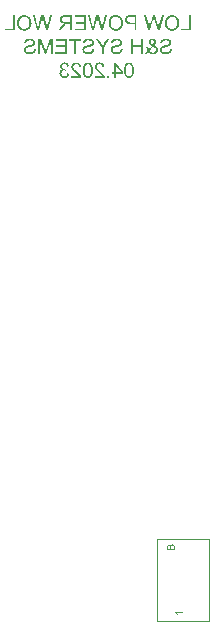
<source format=gbo>
G04*
G04 #@! TF.GenerationSoftware,Altium Limited,Altium Designer,23.1.1 (15)*
G04*
G04 Layer_Color=32896*
%FSLAX44Y44*%
%MOMM*%
G71*
G04*
G04 #@! TF.SameCoordinates,4E5856CB-A28F-4ADE-A671-DB89C4397F1F*
G04*
G04*
G04 #@! TF.FilePolarity,Positive*
G04*
G01*
G75*
%ADD10C,0.1000*%
G36*
X72130Y523050D02*
X72393Y523022D01*
X72643Y522981D01*
X72893Y522925D01*
X73115Y522856D01*
X73323Y522787D01*
X73517Y522704D01*
X73683Y522634D01*
X73850Y522551D01*
X73988Y522468D01*
X74099Y522398D01*
X74210Y522329D01*
X74280Y522273D01*
X74349Y522232D01*
X74377Y522204D01*
X74391Y522190D01*
X74571Y522024D01*
X74737Y521830D01*
X74890Y521636D01*
X75029Y521441D01*
X75153Y521233D01*
X75250Y521039D01*
X75431Y520637D01*
X75500Y520457D01*
X75556Y520290D01*
X75597Y520138D01*
X75639Y520013D01*
X75666Y519902D01*
X75680Y519819D01*
X75694Y519763D01*
Y519749D01*
X74127Y519472D01*
X74044Y519874D01*
X73933Y520221D01*
X73808Y520526D01*
X73669Y520762D01*
X73558Y520956D01*
X73447Y521081D01*
X73378Y521164D01*
X73350Y521192D01*
X73101Y521386D01*
X72851Y521525D01*
X72588Y521636D01*
X72352Y521705D01*
X72130Y521746D01*
X72047Y521760D01*
X71964D01*
X71894Y521774D01*
X71811D01*
X71478Y521746D01*
X71187Y521691D01*
X70923Y521594D01*
X70701Y521497D01*
X70535Y521386D01*
X70410Y521289D01*
X70327Y521233D01*
X70299Y521206D01*
X70188Y521095D01*
X70105Y520984D01*
X69953Y520734D01*
X69842Y520498D01*
X69772Y520276D01*
X69731Y520069D01*
X69717Y519916D01*
X69703Y519847D01*
Y519805D01*
Y519777D01*
Y519763D01*
X69717Y519569D01*
X69745Y519389D01*
X69772Y519209D01*
X69828Y519056D01*
X69967Y518779D01*
X70105Y518557D01*
X70258Y518377D01*
X70396Y518252D01*
X70452Y518210D01*
X70480Y518182D01*
X70507Y518155D01*
X70521D01*
X70826Y517974D01*
X71145Y517850D01*
X71450Y517752D01*
X71728Y517697D01*
X71964Y517655D01*
X72061Y517641D01*
X72158D01*
X72227Y517628D01*
X72407D01*
X72491Y517641D01*
X72560Y517655D01*
X72588D01*
X72754Y516282D01*
X72518Y516338D01*
X72296Y516380D01*
X72116Y516407D01*
X71950Y516435D01*
X71825D01*
X71728Y516449D01*
X71645D01*
X71450Y516435D01*
X71256Y516421D01*
X70910Y516338D01*
X70605Y516227D01*
X70341Y516102D01*
X70133Y515963D01*
X70050Y515908D01*
X69980Y515853D01*
X69925Y515811D01*
X69883Y515769D01*
X69869Y515755D01*
X69856Y515742D01*
X69731Y515603D01*
X69620Y515464D01*
X69523Y515326D01*
X69440Y515173D01*
X69315Y514882D01*
X69218Y514590D01*
X69176Y514341D01*
X69162Y514244D01*
X69148Y514147D01*
X69134Y514077D01*
Y514008D01*
Y513980D01*
Y513966D01*
X69148Y513758D01*
X69162Y513564D01*
X69259Y513190D01*
X69370Y512871D01*
X69509Y512593D01*
X69592Y512469D01*
X69661Y512371D01*
X69717Y512274D01*
X69772Y512205D01*
X69828Y512150D01*
X69869Y512108D01*
X69883Y512080D01*
X69897Y512066D01*
X70050Y511928D01*
X70202Y511817D01*
X70355Y511720D01*
X70507Y511623D01*
X70826Y511484D01*
X71132Y511401D01*
X71381Y511345D01*
X71506Y511331D01*
X71589Y511317D01*
X71672Y511304D01*
X71783D01*
X72116Y511331D01*
X72435Y511401D01*
X72699Y511484D01*
X72934Y511595D01*
X73128Y511706D01*
X73267Y511789D01*
X73309Y511831D01*
X73350Y511858D01*
X73364Y511886D01*
X73378D01*
X73489Y512011D01*
X73600Y512136D01*
X73794Y512427D01*
X73947Y512746D01*
X74072Y513065D01*
X74169Y513356D01*
X74196Y513481D01*
X74224Y513592D01*
X74252Y513689D01*
X74266Y513758D01*
X74280Y513800D01*
Y513814D01*
X75847Y513606D01*
X75805Y513315D01*
X75750Y513037D01*
X75666Y512774D01*
X75583Y512524D01*
X75486Y512288D01*
X75375Y512080D01*
X75264Y511872D01*
X75153Y511706D01*
X75042Y511539D01*
X74945Y511401D01*
X74848Y511276D01*
X74765Y511179D01*
X74682Y511096D01*
X74626Y511040D01*
X74599Y511012D01*
X74585Y510998D01*
X74377Y510818D01*
X74141Y510666D01*
X73919Y510541D01*
X73683Y510416D01*
X73447Y510319D01*
X73212Y510250D01*
X72990Y510180D01*
X72768Y510125D01*
X72560Y510083D01*
X72380Y510056D01*
X72213Y510028D01*
X72061Y510014D01*
X71950D01*
X71853Y510000D01*
X71783D01*
X71437Y510014D01*
X71118Y510056D01*
X70813Y510111D01*
X70521Y510180D01*
X70244Y510263D01*
X69994Y510361D01*
X69759Y510471D01*
X69550Y510583D01*
X69356Y510680D01*
X69190Y510790D01*
X69037Y510888D01*
X68926Y510971D01*
X68829Y511040D01*
X68760Y511096D01*
X68718Y511137D01*
X68705Y511151D01*
X68483Y511373D01*
X68302Y511609D01*
X68136Y511844D01*
X67997Y512094D01*
X67872Y512330D01*
X67775Y512566D01*
X67692Y512788D01*
X67623Y513009D01*
X67567Y513218D01*
X67540Y513398D01*
X67512Y513564D01*
X67484Y513717D01*
Y513828D01*
X67470Y513925D01*
Y513980D01*
Y513994D01*
Y514216D01*
X67498Y514438D01*
X67567Y514840D01*
X67678Y515187D01*
X67734Y515339D01*
X67789Y515478D01*
X67845Y515617D01*
X67900Y515728D01*
X67956Y515825D01*
X68011Y515894D01*
X68053Y515963D01*
X68080Y516005D01*
X68094Y516033D01*
X68108Y516047D01*
X68358Y516338D01*
X68649Y516574D01*
X68940Y516754D01*
X69218Y516907D01*
X69481Y517017D01*
X69592Y517059D01*
X69675Y517087D01*
X69759Y517114D01*
X69814Y517128D01*
X69856Y517142D01*
X69869D01*
X69564Y517309D01*
X69301Y517475D01*
X69065Y517655D01*
X68885Y517836D01*
X68732Y517988D01*
X68635Y518113D01*
X68566Y518196D01*
X68552Y518210D01*
Y518224D01*
X68399Y518488D01*
X68288Y518751D01*
X68205Y519001D01*
X68150Y519236D01*
X68122Y519431D01*
X68094Y519597D01*
Y519652D01*
Y519694D01*
Y519722D01*
Y519736D01*
X68108Y520055D01*
X68164Y520360D01*
X68247Y520637D01*
X68330Y520887D01*
X68413Y521095D01*
X68455Y521178D01*
X68496Y521247D01*
X68524Y521303D01*
X68552Y521358D01*
X68566Y521372D01*
Y521386D01*
X68760Y521663D01*
X68982Y521899D01*
X69204Y522107D01*
X69426Y522287D01*
X69620Y522426D01*
X69772Y522523D01*
X69842Y522565D01*
X69883Y522593D01*
X69911Y522606D01*
X69925D01*
X70258Y522759D01*
X70591Y522870D01*
X70923Y522953D01*
X71215Y523009D01*
X71478Y523036D01*
X71575Y523050D01*
X71672Y523064D01*
X71853D01*
X72130Y523050D01*
D02*
G37*
G36*
X101781D02*
X102100Y523022D01*
X102391Y522981D01*
X102668Y522911D01*
X102932Y522842D01*
X103167Y522759D01*
X103389Y522676D01*
X103583Y522593D01*
X103764Y522495D01*
X103916Y522412D01*
X104055Y522329D01*
X104166Y522260D01*
X104249Y522190D01*
X104305Y522149D01*
X104346Y522121D01*
X104360Y522107D01*
X104554Y521927D01*
X104721Y521719D01*
X104873Y521511D01*
X105012Y521275D01*
X105123Y521053D01*
X105234Y520831D01*
X105317Y520596D01*
X105386Y520387D01*
X105456Y520179D01*
X105497Y519985D01*
X105539Y519805D01*
X105567Y519652D01*
X105581Y519528D01*
X105594Y519444D01*
X105608Y519389D01*
Y519361D01*
X104000Y519195D01*
X103986Y519417D01*
X103972Y519625D01*
X103889Y519985D01*
X103778Y520318D01*
X103722Y520457D01*
X103653Y520582D01*
X103597Y520692D01*
X103528Y520790D01*
X103473Y520873D01*
X103431Y520942D01*
X103376Y520998D01*
X103348Y521039D01*
X103334Y521053D01*
X103320Y521067D01*
X103181Y521192D01*
X103043Y521303D01*
X102890Y521386D01*
X102738Y521469D01*
X102432Y521594D01*
X102141Y521677D01*
X101892Y521719D01*
X101781Y521746D01*
X101684D01*
X101600Y521760D01*
X101295D01*
X101101Y521733D01*
X100754Y521663D01*
X100463Y521552D01*
X100200Y521441D01*
X100006Y521317D01*
X99922Y521261D01*
X99853Y521206D01*
X99797Y521164D01*
X99756Y521136D01*
X99742Y521123D01*
X99728Y521109D01*
X99603Y520984D01*
X99506Y520859D01*
X99409Y520734D01*
X99340Y520596D01*
X99215Y520332D01*
X99132Y520082D01*
X99090Y519874D01*
X99062Y519777D01*
Y519694D01*
X99049Y519638D01*
Y519583D01*
Y519555D01*
Y519542D01*
X99062Y519375D01*
X99076Y519209D01*
X99159Y518876D01*
X99284Y518557D01*
X99423Y518266D01*
X99562Y518016D01*
X99617Y517919D01*
X99686Y517822D01*
X99728Y517752D01*
X99770Y517697D01*
X99784Y517669D01*
X99797Y517655D01*
X99950Y517461D01*
X100130Y517253D01*
X100338Y517031D01*
X100560Y516809D01*
X101018Y516352D01*
X101489Y515922D01*
X101711Y515714D01*
X101933Y515533D01*
X102127Y515367D01*
X102294Y515228D01*
X102432Y515104D01*
X102529Y515020D01*
X102599Y514951D01*
X102627Y514937D01*
X102876Y514729D01*
X103098Y514535D01*
X103320Y514355D01*
X103514Y514174D01*
X103708Y514008D01*
X103875Y513842D01*
X104027Y513703D01*
X104166Y513564D01*
X104291Y513439D01*
X104388Y513328D01*
X104485Y513231D01*
X104554Y513162D01*
X104624Y513093D01*
X104665Y513051D01*
X104679Y513023D01*
X104693Y513009D01*
X104943Y512704D01*
X105151Y512399D01*
X105331Y512108D01*
X105470Y511844D01*
X105581Y511623D01*
X105622Y511525D01*
X105664Y511456D01*
X105691Y511387D01*
X105705Y511345D01*
X105719Y511317D01*
Y511304D01*
X105789Y511110D01*
X105830Y510915D01*
X105872Y510735D01*
X105886Y510569D01*
X105899Y510430D01*
Y510319D01*
Y510250D01*
Y510222D01*
X97426D01*
Y511734D01*
X103736D01*
X103514Y512039D01*
X103403Y512177D01*
X103292Y512302D01*
X103195Y512413D01*
X103126Y512496D01*
X103070Y512552D01*
X103056Y512566D01*
X102973Y512649D01*
X102862Y512760D01*
X102738Y512871D01*
X102599Y512996D01*
X102308Y513273D01*
X102002Y513536D01*
X101711Y513786D01*
X101587Y513897D01*
X101462Y513994D01*
X101378Y514077D01*
X101295Y514133D01*
X101254Y514174D01*
X101240Y514188D01*
X100935Y514452D01*
X100643Y514701D01*
X100380Y514923D01*
X100144Y515145D01*
X99922Y515339D01*
X99728Y515533D01*
X99548Y515700D01*
X99381Y515853D01*
X99243Y515977D01*
X99132Y516102D01*
X99035Y516199D01*
X98952Y516282D01*
X98896Y516352D01*
X98841Y516393D01*
X98827Y516421D01*
X98813Y516435D01*
X98549Y516740D01*
X98341Y517017D01*
X98161Y517281D01*
X98008Y517517D01*
X97898Y517711D01*
X97814Y517863D01*
X97787Y517919D01*
X97773Y517961D01*
X97759Y517974D01*
Y517988D01*
X97648Y518266D01*
X97578Y518543D01*
X97523Y518793D01*
X97481Y519028D01*
X97454Y519222D01*
X97440Y519375D01*
Y519431D01*
Y519472D01*
Y519486D01*
Y519500D01*
X97454Y519777D01*
X97481Y520041D01*
X97537Y520290D01*
X97606Y520540D01*
X97689Y520762D01*
X97787Y520970D01*
X97884Y521164D01*
X97981Y521330D01*
X98078Y521497D01*
X98175Y521636D01*
X98272Y521760D01*
X98355Y521857D01*
X98425Y521927D01*
X98480Y521996D01*
X98508Y522024D01*
X98521Y522038D01*
X98730Y522218D01*
X98952Y522371D01*
X99187Y522509D01*
X99437Y522634D01*
X99673Y522731D01*
X99922Y522814D01*
X100158Y522884D01*
X100394Y522939D01*
X100602Y522981D01*
X100810Y523009D01*
X100990Y523036D01*
X101143Y523050D01*
X101267Y523064D01*
X101448D01*
X101781Y523050D01*
D02*
G37*
G36*
X81893D02*
X82212Y523022D01*
X82503Y522981D01*
X82781Y522911D01*
X83044Y522842D01*
X83280Y522759D01*
X83502Y522676D01*
X83696Y522593D01*
X83876Y522495D01*
X84029Y522412D01*
X84168Y522329D01*
X84279Y522260D01*
X84362Y522190D01*
X84417Y522149D01*
X84459Y522121D01*
X84473Y522107D01*
X84667Y521927D01*
X84833Y521719D01*
X84986Y521511D01*
X85125Y521275D01*
X85236Y521053D01*
X85347Y520831D01*
X85430Y520596D01*
X85499Y520387D01*
X85569Y520179D01*
X85610Y519985D01*
X85652Y519805D01*
X85679Y519652D01*
X85693Y519528D01*
X85707Y519444D01*
X85721Y519389D01*
Y519361D01*
X84112Y519195D01*
X84098Y519417D01*
X84085Y519625D01*
X84001Y519985D01*
X83890Y520318D01*
X83835Y520457D01*
X83766Y520582D01*
X83710Y520692D01*
X83641Y520790D01*
X83585Y520873D01*
X83544Y520942D01*
X83488Y520998D01*
X83461Y521039D01*
X83447Y521053D01*
X83433Y521067D01*
X83294Y521192D01*
X83155Y521303D01*
X83003Y521386D01*
X82850Y521469D01*
X82545Y521594D01*
X82254Y521677D01*
X82004Y521719D01*
X81893Y521746D01*
X81796D01*
X81713Y521760D01*
X81408D01*
X81214Y521733D01*
X80867Y521663D01*
X80576Y521552D01*
X80312Y521441D01*
X80118Y521317D01*
X80035Y521261D01*
X79966Y521206D01*
X79910Y521164D01*
X79868Y521136D01*
X79855Y521123D01*
X79841Y521109D01*
X79716Y520984D01*
X79619Y520859D01*
X79522Y520734D01*
X79453Y520596D01*
X79328Y520332D01*
X79244Y520082D01*
X79203Y519874D01*
X79175Y519777D01*
Y519694D01*
X79161Y519638D01*
Y519583D01*
Y519555D01*
Y519542D01*
X79175Y519375D01*
X79189Y519209D01*
X79272Y518876D01*
X79397Y518557D01*
X79536Y518266D01*
X79674Y518016D01*
X79730Y517919D01*
X79799Y517822D01*
X79841Y517752D01*
X79882Y517697D01*
X79896Y517669D01*
X79910Y517655D01*
X80063Y517461D01*
X80243Y517253D01*
X80451Y517031D01*
X80673Y516809D01*
X81131Y516352D01*
X81602Y515922D01*
X81824Y515714D01*
X82046Y515533D01*
X82240Y515367D01*
X82407Y515228D01*
X82545Y515104D01*
X82642Y515020D01*
X82712Y514951D01*
X82739Y514937D01*
X82989Y514729D01*
X83211Y514535D01*
X83433Y514355D01*
X83627Y514174D01*
X83821Y514008D01*
X83988Y513842D01*
X84140Y513703D01*
X84279Y513564D01*
X84403Y513439D01*
X84501Y513328D01*
X84598Y513231D01*
X84667Y513162D01*
X84736Y513093D01*
X84778Y513051D01*
X84792Y513023D01*
X84806Y513009D01*
X85055Y512704D01*
X85263Y512399D01*
X85444Y512108D01*
X85582Y511844D01*
X85693Y511623D01*
X85735Y511525D01*
X85777Y511456D01*
X85804Y511387D01*
X85818Y511345D01*
X85832Y511317D01*
Y511304D01*
X85901Y511110D01*
X85943Y510915D01*
X85984Y510735D01*
X85998Y510569D01*
X86012Y510430D01*
Y510319D01*
Y510250D01*
Y510222D01*
X77539D01*
Y511734D01*
X83849D01*
X83627Y512039D01*
X83516Y512177D01*
X83405Y512302D01*
X83308Y512413D01*
X83239Y512496D01*
X83183Y512552D01*
X83169Y512566D01*
X83086Y512649D01*
X82975Y512760D01*
X82850Y512871D01*
X82712Y512996D01*
X82420Y513273D01*
X82115Y513536D01*
X81824Y513786D01*
X81699Y513897D01*
X81574Y513994D01*
X81491Y514077D01*
X81408Y514133D01*
X81366Y514174D01*
X81353Y514188D01*
X81047Y514452D01*
X80756Y514701D01*
X80493Y514923D01*
X80257Y515145D01*
X80035Y515339D01*
X79841Y515533D01*
X79661Y515700D01*
X79494Y515853D01*
X79355Y515977D01*
X79244Y516102D01*
X79147Y516199D01*
X79064Y516282D01*
X79009Y516352D01*
X78953Y516393D01*
X78939Y516421D01*
X78925Y516435D01*
X78662Y516740D01*
X78454Y517017D01*
X78274Y517281D01*
X78121Y517517D01*
X78010Y517711D01*
X77927Y517863D01*
X77899Y517919D01*
X77885Y517961D01*
X77871Y517974D01*
Y517988D01*
X77761Y518266D01*
X77691Y518543D01*
X77636Y518793D01*
X77594Y519028D01*
X77566Y519222D01*
X77552Y519375D01*
Y519431D01*
Y519472D01*
Y519486D01*
Y519500D01*
X77566Y519777D01*
X77594Y520041D01*
X77650Y520290D01*
X77719Y520540D01*
X77802Y520762D01*
X77899Y520970D01*
X77996Y521164D01*
X78093Y521330D01*
X78190Y521497D01*
X78288Y521636D01*
X78385Y521760D01*
X78468Y521857D01*
X78537Y521927D01*
X78593Y521996D01*
X78620Y522024D01*
X78634Y522038D01*
X78842Y522218D01*
X79064Y522371D01*
X79300Y522509D01*
X79550Y522634D01*
X79785Y522731D01*
X80035Y522814D01*
X80271Y522884D01*
X80506Y522939D01*
X80715Y522981D01*
X80922Y523009D01*
X81103Y523036D01*
X81255Y523050D01*
X81380Y523064D01*
X81560D01*
X81893Y523050D01*
D02*
G37*
G36*
X121127Y514729D02*
Y513287D01*
X115552D01*
Y510222D01*
X113985D01*
Y513287D01*
X112251D01*
Y514729D01*
X113985D01*
Y523022D01*
X115275D01*
X121127Y514729D01*
D02*
G37*
G36*
X109769Y510222D02*
X107980D01*
Y512011D01*
X109769D01*
Y510222D01*
D02*
G37*
G36*
X126619Y523050D02*
X126869Y523036D01*
X127104Y522995D01*
X127326Y522953D01*
X127520Y522898D01*
X127715Y522828D01*
X127895Y522759D01*
X128047Y522690D01*
X128200Y522620D01*
X128325Y522551D01*
X128436Y522495D01*
X128519Y522426D01*
X128588Y522384D01*
X128644Y522343D01*
X128671Y522329D01*
X128685Y522315D01*
X128852Y522163D01*
X129004Y522010D01*
X129282Y521663D01*
X129531Y521317D01*
X129725Y520970D01*
X129809Y520803D01*
X129878Y520665D01*
X129934Y520526D01*
X129989Y520415D01*
X130017Y520318D01*
X130044Y520235D01*
X130072Y520193D01*
Y520179D01*
X130155Y519916D01*
X130225Y519625D01*
X130336Y519028D01*
X130419Y518418D01*
X130447Y518127D01*
X130474Y517836D01*
X130488Y517572D01*
X130502Y517323D01*
X130516Y517101D01*
Y516907D01*
X130530Y516754D01*
Y516629D01*
Y516560D01*
Y516532D01*
X130516Y515880D01*
X130474Y515270D01*
X130419Y514715D01*
X130336Y514202D01*
X130239Y513731D01*
X130128Y513301D01*
X130017Y512926D01*
X129892Y512579D01*
X129781Y512288D01*
X129670Y512025D01*
X129559Y511817D01*
X129462Y511637D01*
X129379Y511498D01*
X129323Y511401D01*
X129282Y511345D01*
X129268Y511331D01*
X129060Y511096D01*
X128838Y510901D01*
X128602Y510721D01*
X128366Y510569D01*
X128131Y510444D01*
X127881Y510333D01*
X127645Y510250D01*
X127423Y510180D01*
X127201Y510125D01*
X127007Y510083D01*
X126827Y510056D01*
X126674Y510042D01*
X126550Y510028D01*
X126453Y510014D01*
X126369D01*
X126106Y510028D01*
X125870Y510042D01*
X125634Y510083D01*
X125412Y510125D01*
X125204Y510194D01*
X125024Y510250D01*
X124844Y510319D01*
X124691Y510388D01*
X124539Y510458D01*
X124414Y510527D01*
X124303Y510596D01*
X124220Y510652D01*
X124150Y510693D01*
X124095Y510735D01*
X124067Y510749D01*
X124053Y510763D01*
X123887Y510915D01*
X123720Y511068D01*
X123443Y511415D01*
X123207Y511761D01*
X123013Y512108D01*
X122930Y512274D01*
X122861Y512427D01*
X122805Y512552D01*
X122750Y512677D01*
X122708Y512760D01*
X122694Y512843D01*
X122666Y512885D01*
Y512898D01*
X122583Y513162D01*
X122514Y513453D01*
X122389Y514050D01*
X122306Y514660D01*
X122278Y514951D01*
X122250Y515242D01*
X122236Y515506D01*
X122223Y515755D01*
X122209Y515963D01*
X122195Y516158D01*
Y516310D01*
Y516435D01*
Y516504D01*
Y516532D01*
Y516879D01*
X122209Y517212D01*
X122223Y517517D01*
X122236Y517808D01*
X122264Y518071D01*
X122292Y518321D01*
X122320Y518543D01*
X122334Y518751D01*
X122361Y518931D01*
X122389Y519084D01*
X122417Y519222D01*
X122444Y519333D01*
X122458Y519431D01*
X122472Y519486D01*
X122486Y519528D01*
Y519542D01*
X122597Y519944D01*
X122736Y520318D01*
X122861Y520637D01*
X122985Y520914D01*
X123055Y521025D01*
X123096Y521136D01*
X123152Y521233D01*
X123193Y521303D01*
X123235Y521358D01*
X123249Y521400D01*
X123277Y521428D01*
Y521441D01*
X123471Y521719D01*
X123693Y521968D01*
X123901Y522177D01*
X124109Y522343D01*
X124289Y522482D01*
X124428Y522565D01*
X124483Y522606D01*
X124525Y522634D01*
X124552Y522648D01*
X124566D01*
X124872Y522787D01*
X125177Y522884D01*
X125482Y522967D01*
X125759Y523009D01*
X126009Y523036D01*
X126106Y523050D01*
X126203Y523064D01*
X126369D01*
X126619Y523050D01*
D02*
G37*
G36*
X91823D02*
X92073Y523036D01*
X92309Y522995D01*
X92530Y522953D01*
X92725Y522898D01*
X92919Y522828D01*
X93099Y522759D01*
X93252Y522690D01*
X93404Y522620D01*
X93529Y522551D01*
X93640Y522495D01*
X93723Y522426D01*
X93792Y522384D01*
X93848Y522343D01*
X93876Y522329D01*
X93890Y522315D01*
X94056Y522163D01*
X94208Y522010D01*
X94486Y521663D01*
X94735Y521317D01*
X94930Y520970D01*
X95013Y520803D01*
X95082Y520665D01*
X95138Y520526D01*
X95193Y520415D01*
X95221Y520318D01*
X95249Y520235D01*
X95276Y520193D01*
Y520179D01*
X95360Y519916D01*
X95429Y519625D01*
X95540Y519028D01*
X95623Y518418D01*
X95651Y518127D01*
X95679Y517836D01*
X95692Y517572D01*
X95706Y517323D01*
X95720Y517101D01*
Y516907D01*
X95734Y516754D01*
Y516629D01*
Y516560D01*
Y516532D01*
X95720Y515880D01*
X95679Y515270D01*
X95623Y514715D01*
X95540Y514202D01*
X95443Y513731D01*
X95332Y513301D01*
X95221Y512926D01*
X95096Y512579D01*
X94985Y512288D01*
X94874Y512025D01*
X94763Y511817D01*
X94666Y511637D01*
X94583Y511498D01*
X94527Y511401D01*
X94486Y511345D01*
X94472Y511331D01*
X94264Y511096D01*
X94042Y510901D01*
X93806Y510721D01*
X93570Y510569D01*
X93335Y510444D01*
X93085Y510333D01*
X92849Y510250D01*
X92627Y510180D01*
X92406Y510125D01*
X92211Y510083D01*
X92031Y510056D01*
X91879Y510042D01*
X91754Y510028D01*
X91657Y510014D01*
X91573D01*
X91310Y510028D01*
X91074Y510042D01*
X90838Y510083D01*
X90617Y510125D01*
X90408Y510194D01*
X90228Y510250D01*
X90048Y510319D01*
X89895Y510388D01*
X89743Y510458D01*
X89618Y510527D01*
X89507Y510596D01*
X89424Y510652D01*
X89354Y510693D01*
X89299Y510735D01*
X89271Y510749D01*
X89257Y510763D01*
X89091Y510915D01*
X88925Y511068D01*
X88647Y511415D01*
X88412Y511761D01*
X88217Y512108D01*
X88134Y512274D01*
X88065Y512427D01*
X88009Y512552D01*
X87954Y512677D01*
X87912Y512760D01*
X87898Y512843D01*
X87871Y512885D01*
Y512898D01*
X87787Y513162D01*
X87718Y513453D01*
X87593Y514050D01*
X87510Y514660D01*
X87482Y514951D01*
X87455Y515242D01*
X87441Y515506D01*
X87427Y515755D01*
X87413Y515963D01*
X87399Y516158D01*
Y516310D01*
Y516435D01*
Y516504D01*
Y516532D01*
Y516879D01*
X87413Y517212D01*
X87427Y517517D01*
X87441Y517808D01*
X87468Y518071D01*
X87496Y518321D01*
X87524Y518543D01*
X87538Y518751D01*
X87565Y518931D01*
X87593Y519084D01*
X87621Y519222D01*
X87649Y519333D01*
X87663Y519431D01*
X87676Y519486D01*
X87690Y519528D01*
Y519542D01*
X87801Y519944D01*
X87940Y520318D01*
X88065Y520637D01*
X88190Y520914D01*
X88259Y521025D01*
X88301Y521136D01*
X88356Y521233D01*
X88398Y521303D01*
X88439Y521358D01*
X88453Y521400D01*
X88481Y521428D01*
Y521441D01*
X88675Y521719D01*
X88897Y521968D01*
X89105Y522177D01*
X89313Y522343D01*
X89493Y522482D01*
X89632Y522565D01*
X89687Y522606D01*
X89729Y522634D01*
X89757Y522648D01*
X89771D01*
X90076Y522787D01*
X90381Y522884D01*
X90686Y522967D01*
X90963Y523009D01*
X91213Y523036D01*
X91310Y523050D01*
X91407Y523064D01*
X91573D01*
X91823Y523050D01*
D02*
G37*
G36*
X138235Y530291D02*
X136543D01*
Y536324D01*
X129900D01*
Y530291D01*
X128208D01*
Y543092D01*
X129900D01*
Y537836D01*
X136543D01*
Y543092D01*
X138235D01*
Y530291D01*
D02*
G37*
G36*
X104895Y535700D02*
Y530291D01*
X103204D01*
Y535700D01*
X98100Y543092D01*
X100069D01*
X102552Y539320D01*
X102843Y538862D01*
X103120Y538432D01*
X103356Y538058D01*
X103467Y537877D01*
X103564Y537725D01*
X103647Y537586D01*
X103731Y537447D01*
X103786Y537336D01*
X103841Y537253D01*
X103897Y537170D01*
X103925Y537114D01*
X103939Y537087D01*
X103953Y537073D01*
X104174Y537475D01*
X104410Y537863D01*
X104632Y538224D01*
X104826Y538543D01*
X104923Y538695D01*
X105007Y538820D01*
X105076Y538945D01*
X105131Y539042D01*
X105187Y539112D01*
X105228Y539181D01*
X105242Y539209D01*
X105256Y539222D01*
X107780Y543092D01*
X109833D01*
X104895Y535700D01*
D02*
G37*
G36*
X146320Y543286D02*
X146556Y543258D01*
X146792Y543217D01*
X147000Y543161D01*
X147208Y543106D01*
X147388Y543022D01*
X147569Y542953D01*
X147721Y542870D01*
X147860Y542787D01*
X147985Y542717D01*
X148096Y542634D01*
X148179Y542579D01*
X148248Y542523D01*
X148304Y542482D01*
X148331Y542454D01*
X148345Y542440D01*
X148498Y542273D01*
X148637Y542107D01*
X148761Y541941D01*
X148872Y541774D01*
X148955Y541608D01*
X149025Y541441D01*
X149136Y541123D01*
X149177Y540984D01*
X149205Y540859D01*
X149219Y540734D01*
X149233Y540637D01*
X149247Y540554D01*
Y540498D01*
Y540457D01*
Y540443D01*
X149233Y540221D01*
X149205Y540013D01*
X149150Y539805D01*
X149094Y539625D01*
X149052Y539458D01*
X148997Y539347D01*
X148969Y539264D01*
X148955Y539250D01*
Y539236D01*
X148817Y538987D01*
X148650Y538723D01*
X148456Y538460D01*
X148262Y538210D01*
X148082Y537974D01*
X147999Y537877D01*
X147929Y537794D01*
X147874Y537725D01*
X147832Y537669D01*
X147804Y537641D01*
X147790Y537628D01*
X148068Y537489D01*
X148331Y537350D01*
X148567Y537212D01*
X148789Y537059D01*
X148997Y536920D01*
X149191Y536782D01*
X149358Y536643D01*
X149510Y536518D01*
X149635Y536393D01*
X149760Y536296D01*
X149857Y536199D01*
X149940Y536116D01*
X149996Y536047D01*
X150037Y535991D01*
X150065Y535963D01*
X150079Y535950D01*
X150218Y535769D01*
X150328Y535589D01*
X150426Y535409D01*
X150523Y535215D01*
X150661Y534854D01*
X150744Y534535D01*
X150772Y534382D01*
X150800Y534244D01*
X150814Y534119D01*
X150828Y534022D01*
X150842Y533925D01*
Y533869D01*
Y533828D01*
Y533814D01*
X150828Y533564D01*
X150800Y533328D01*
X150758Y533093D01*
X150689Y532871D01*
X150550Y532469D01*
X150467Y532274D01*
X150370Y532108D01*
X150287Y531955D01*
X150204Y531817D01*
X150134Y531692D01*
X150051Y531595D01*
X149996Y531512D01*
X149954Y531456D01*
X149926Y531415D01*
X149912Y531401D01*
X149691Y531165D01*
X149441Y530971D01*
X149191Y530790D01*
X148942Y530638D01*
X148678Y530513D01*
X148415Y530402D01*
X148165Y530319D01*
X147915Y530250D01*
X147693Y530194D01*
X147472Y530153D01*
X147277Y530125D01*
X147111Y530111D01*
X146986Y530097D01*
X146875Y530083D01*
X146792D01*
X146404Y530097D01*
X146029Y530153D01*
X145696Y530222D01*
X145405Y530291D01*
X145267Y530333D01*
X145155Y530374D01*
X145058Y530402D01*
X144961Y530430D01*
X144906Y530458D01*
X144850Y530485D01*
X144823Y530499D01*
X144809D01*
X144476Y530680D01*
X144157Y530888D01*
X143866Y531096D01*
X143616Y531304D01*
X143408Y531498D01*
X143325Y531581D01*
X143256Y531650D01*
X143200Y531706D01*
X143159Y531747D01*
X143131Y531775D01*
X143117Y531789D01*
X142923Y531567D01*
X142742Y531373D01*
X142562Y531179D01*
X142382Y531012D01*
X142215Y530846D01*
X142049Y530693D01*
X141896Y530569D01*
X141758Y530444D01*
X141619Y530347D01*
X141508Y530250D01*
X141397Y530180D01*
X141314Y530111D01*
X141245Y530069D01*
X141189Y530028D01*
X141161Y530014D01*
X141147Y530000D01*
X140093Y531248D01*
X140496Y531553D01*
X140884Y531886D01*
X141217Y532219D01*
X141522Y532524D01*
X141647Y532677D01*
X141758Y532801D01*
X141869Y532926D01*
X141952Y533023D01*
X142021Y533106D01*
X142063Y533162D01*
X142091Y533204D01*
X142105Y533218D01*
X141966Y533425D01*
X141841Y533647D01*
X141619Y534091D01*
X141425Y534563D01*
X141258Y534993D01*
X141189Y535187D01*
X141134Y535381D01*
X141078Y535547D01*
X141037Y535686D01*
X140995Y535797D01*
X140967Y535894D01*
X140953Y535950D01*
Y535963D01*
X142590Y536310D01*
X142673Y535950D01*
X142784Y535603D01*
X142881Y535298D01*
X142978Y535034D01*
X143061Y534826D01*
X143103Y534729D01*
X143131Y534660D01*
X143159Y534604D01*
X143186Y534563D01*
X143200Y534535D01*
Y534521D01*
X145516Y537434D01*
X145294Y537558D01*
X145086Y537683D01*
X144712Y537947D01*
X144379Y538210D01*
X144101Y538474D01*
X143866Y538737D01*
X143672Y539001D01*
X143505Y539250D01*
X143380Y539486D01*
X143283Y539708D01*
X143200Y539916D01*
X143145Y540096D01*
X143117Y540249D01*
X143089Y540374D01*
X143075Y540471D01*
Y540540D01*
Y540554D01*
X143089Y540762D01*
X143117Y540970D01*
X143159Y541150D01*
X143200Y541344D01*
X143339Y541663D01*
X143491Y541955D01*
X143574Y542079D01*
X143658Y542177D01*
X143727Y542273D01*
X143783Y542357D01*
X143838Y542412D01*
X143880Y542454D01*
X143907Y542482D01*
X143921Y542495D01*
X144088Y542634D01*
X144254Y542759D01*
X144434Y542870D01*
X144601Y542967D01*
X144795Y543036D01*
X144961Y543106D01*
X145308Y543203D01*
X145461Y543231D01*
X145613Y543258D01*
X145738Y543272D01*
X145849Y543286D01*
X145946Y543300D01*
X146071D01*
X146320Y543286D01*
D02*
G37*
G36*
X61862Y530291D02*
X60225D01*
Y541192D01*
X56536Y530291D01*
X55011D01*
X51266Y541012D01*
Y530291D01*
X49630D01*
Y543092D01*
X51918D01*
X54997Y534188D01*
X55080Y533939D01*
X55163Y533717D01*
X55233Y533495D01*
X55302Y533301D01*
X55358Y533106D01*
X55413Y532940D01*
X55469Y532788D01*
X55510Y532649D01*
X55552Y532538D01*
X55580Y532427D01*
X55607Y532344D01*
X55635Y532261D01*
X55649Y532205D01*
X55663Y532164D01*
X55677Y532150D01*
Y532136D01*
X55718Y532261D01*
X55760Y532399D01*
X55857Y532691D01*
X55954Y533009D01*
X56051Y533315D01*
X56148Y533592D01*
X56190Y533717D01*
X56217Y533814D01*
X56245Y533897D01*
X56273Y533966D01*
X56287Y534008D01*
Y534022D01*
X59324Y543092D01*
X61862D01*
Y530291D01*
D02*
G37*
G36*
X85605Y541580D02*
X81389D01*
Y530291D01*
X79697D01*
Y541580D01*
X75481D01*
Y543092D01*
X85605D01*
Y541580D01*
D02*
G37*
G36*
X73692Y530291D02*
X64136D01*
Y531803D01*
X72000D01*
Y536158D01*
X64913D01*
Y537669D01*
X72000D01*
Y541580D01*
X64428D01*
Y543092D01*
X73692D01*
Y530291D01*
D02*
G37*
G36*
X158206Y543300D02*
X158650Y543244D01*
X159038Y543175D01*
X159218Y543133D01*
X159384Y543092D01*
X159537Y543050D01*
X159676Y543009D01*
X159801Y542967D01*
X159898Y542939D01*
X159967Y542911D01*
X160036Y542884D01*
X160064Y542870D01*
X160078D01*
X160452Y542690D01*
X160771Y542482D01*
X161049Y542273D01*
X161271Y542066D01*
X161451Y541871D01*
X161590Y541719D01*
X161631Y541663D01*
X161659Y541622D01*
X161687Y541594D01*
Y541580D01*
X161867Y541261D01*
X162006Y540942D01*
X162089Y540651D01*
X162158Y540374D01*
X162200Y540124D01*
X162214Y540027D01*
Y539944D01*
X162227Y539874D01*
Y539819D01*
Y539791D01*
Y539777D01*
X162214Y539458D01*
X162158Y539153D01*
X162089Y538876D01*
X162006Y538640D01*
X161922Y538446D01*
X161853Y538293D01*
X161825Y538238D01*
X161798Y538196D01*
X161784Y538182D01*
Y538168D01*
X161603Y537919D01*
X161381Y537683D01*
X161160Y537489D01*
X160924Y537309D01*
X160730Y537170D01*
X160563Y537073D01*
X160494Y537045D01*
X160452Y537017D01*
X160425Y536990D01*
X160411D01*
X160272Y536920D01*
X160106Y536851D01*
X159925Y536782D01*
X159731Y536712D01*
X159329Y536574D01*
X158913Y536449D01*
X158719Y536393D01*
X158552Y536338D01*
X158386Y536296D01*
X158233Y536255D01*
X158123Y536227D01*
X158025Y536199D01*
X157970Y536185D01*
X157956D01*
X157637Y536116D01*
X157346Y536033D01*
X157096Y535977D01*
X156860Y535908D01*
X156652Y535853D01*
X156458Y535811D01*
X156306Y535755D01*
X156153Y535714D01*
X156042Y535686D01*
X155931Y535644D01*
X155848Y535617D01*
X155793Y535603D01*
X155737Y535589D01*
X155709Y535575D01*
X155682Y535561D01*
X155404Y535436D01*
X155169Y535312D01*
X154960Y535187D01*
X154808Y535076D01*
X154683Y534965D01*
X154600Y534882D01*
X154544Y534826D01*
X154531Y534812D01*
X154406Y534646D01*
X154323Y534466D01*
X154253Y534285D01*
X154212Y534119D01*
X154184Y533980D01*
X154170Y533855D01*
Y533786D01*
Y533772D01*
Y533758D01*
X154184Y533550D01*
X154225Y533342D01*
X154295Y533162D01*
X154350Y532996D01*
X154420Y532857D01*
X154489Y532746D01*
X154531Y532691D01*
X154544Y532663D01*
X154697Y532482D01*
X154863Y532330D01*
X155058Y532191D01*
X155238Y532080D01*
X155404Y531997D01*
X155529Y531928D01*
X155585Y531900D01*
X155626Y531886D01*
X155640Y531872D01*
X155654D01*
X155931Y531775D01*
X156222Y531706D01*
X156514Y531664D01*
X156777Y531637D01*
X156999Y531609D01*
X157096D01*
X157179Y531595D01*
X157346D01*
X157748Y531609D01*
X158109Y531650D01*
X158455Y531720D01*
X158747Y531789D01*
X158871Y531817D01*
X158982Y531844D01*
X159079Y531886D01*
X159163Y531914D01*
X159232Y531942D01*
X159274Y531955D01*
X159301Y531969D01*
X159315D01*
X159620Y532122D01*
X159884Y532288D01*
X160106Y532441D01*
X160286Y532607D01*
X160425Y532746D01*
X160522Y532857D01*
X160591Y532926D01*
X160605Y532954D01*
X160744Y533204D01*
X160854Y533467D01*
X160938Y533731D01*
X161007Y533980D01*
X161063Y534216D01*
X161076Y534299D01*
X161090Y534382D01*
X161104Y534452D01*
X161118Y534507D01*
Y534535D01*
Y534549D01*
X162713Y534410D01*
X162699Y534174D01*
X162671Y533939D01*
X162588Y533509D01*
X162477Y533106D01*
X162422Y532926D01*
X162352Y532774D01*
X162297Y532621D01*
X162227Y532482D01*
X162172Y532371D01*
X162117Y532274D01*
X162075Y532191D01*
X162047Y532136D01*
X162033Y532108D01*
X162020Y532094D01*
X161756Y531734D01*
X161451Y531428D01*
X161146Y531165D01*
X160854Y530957D01*
X160591Y530790D01*
X160480Y530735D01*
X160383Y530680D01*
X160300Y530638D01*
X160244Y530610D01*
X160203Y530583D01*
X160189D01*
X159717Y530416D01*
X159232Y530291D01*
X158747Y530208D01*
X158289Y530153D01*
X158067Y530125D01*
X157873Y530111D01*
X157706Y530097D01*
X157554D01*
X157429Y530083D01*
X157263D01*
X156763Y530111D01*
X156306Y530166D01*
X155890Y530236D01*
X155695Y530291D01*
X155529Y530333D01*
X155363Y530374D01*
X155224Y530430D01*
X155099Y530471D01*
X155002Y530499D01*
X154919Y530541D01*
X154863Y530555D01*
X154822Y530583D01*
X154808D01*
X154420Y530790D01*
X154087Y531012D01*
X153795Y531248D01*
X153560Y531470D01*
X153366Y531678D01*
X153241Y531831D01*
X153185Y531900D01*
X153158Y531942D01*
X153130Y531969D01*
Y531983D01*
X153019Y532150D01*
X152936Y532330D01*
X152783Y532663D01*
X152672Y532982D01*
X152603Y533273D01*
X152561Y533536D01*
X152547Y533633D01*
Y533731D01*
X152534Y533800D01*
Y533855D01*
Y533883D01*
Y533897D01*
X152561Y534272D01*
X152617Y534618D01*
X152700Y534923D01*
X152797Y535187D01*
X152908Y535409D01*
X152950Y535506D01*
X152991Y535575D01*
X153019Y535631D01*
X153047Y535672D01*
X153074Y535700D01*
Y535714D01*
X153185Y535853D01*
X153296Y535991D01*
X153560Y536255D01*
X153823Y536477D01*
X154101Y536657D01*
X154336Y536809D01*
X154447Y536879D01*
X154544Y536920D01*
X154614Y536962D01*
X154669Y536990D01*
X154711Y537017D01*
X154725D01*
X154877Y537087D01*
X155071Y537156D01*
X155266Y537225D01*
X155487Y537295D01*
X155959Y537420D01*
X156431Y537544D01*
X156652Y537614D01*
X156860Y537655D01*
X157055Y537711D01*
X157221Y537739D01*
X157360Y537780D01*
X157457Y537808D01*
X157526Y537822D01*
X157554D01*
X157928Y537905D01*
X158261Y538002D01*
X158552Y538085D01*
X158830Y538168D01*
X159066Y538252D01*
X159274Y538321D01*
X159454Y538390D01*
X159606Y538460D01*
X159731Y538529D01*
X159842Y538585D01*
X159925Y538626D01*
X159995Y538668D01*
X160050Y538709D01*
X160078Y538737D01*
X160106Y538751D01*
X160272Y538931D01*
X160383Y539112D01*
X160466Y539306D01*
X160536Y539486D01*
X160563Y539638D01*
X160577Y539763D01*
X160591Y539847D01*
Y539860D01*
Y539874D01*
X160577Y540027D01*
X160563Y540165D01*
X160480Y540415D01*
X160369Y540651D01*
X160244Y540845D01*
X160119Y541012D01*
X160009Y541136D01*
X159925Y541206D01*
X159911Y541233D01*
X159898D01*
X159759Y541330D01*
X159593Y541428D01*
X159246Y541566D01*
X158885Y541663D01*
X158511Y541733D01*
X158344Y541760D01*
X158178Y541774D01*
X158039Y541788D01*
X157914D01*
X157803Y541802D01*
X157401D01*
X157152Y541774D01*
X156916Y541746D01*
X156694Y541705D01*
X156500Y541663D01*
X156320Y541608D01*
X156153Y541552D01*
X156001Y541497D01*
X155876Y541428D01*
X155765Y541372D01*
X155668Y541317D01*
X155585Y541275D01*
X155529Y541233D01*
X155474Y541206D01*
X155460Y541192D01*
X155446Y541178D01*
X155307Y541053D01*
X155182Y540928D01*
X154988Y540637D01*
X154822Y540332D01*
X154711Y540041D01*
X154628Y539777D01*
X154600Y539666D01*
X154572Y539555D01*
X154558Y539472D01*
Y539417D01*
X154544Y539375D01*
Y539361D01*
X152922Y539486D01*
X152963Y539902D01*
X153047Y540276D01*
X153144Y540623D01*
X153255Y540914D01*
X153324Y541039D01*
X153366Y541164D01*
X153421Y541261D01*
X153463Y541344D01*
X153504Y541414D01*
X153532Y541455D01*
X153546Y541483D01*
X153560Y541497D01*
X153795Y541816D01*
X154059Y542079D01*
X154336Y542315D01*
X154614Y542509D01*
X154850Y542648D01*
X154960Y542704D01*
X155044Y542759D01*
X155113Y542800D01*
X155182Y542814D01*
X155210Y542842D01*
X155224D01*
X155640Y542995D01*
X156070Y543120D01*
X156500Y543203D01*
X156888Y543258D01*
X157069Y543272D01*
X157221Y543286D01*
X157374Y543300D01*
X157498Y543314D01*
X157734D01*
X158206Y543300D01*
D02*
G37*
G36*
X116476D02*
X116919Y543244D01*
X117308Y543175D01*
X117488Y543133D01*
X117654Y543092D01*
X117807Y543050D01*
X117946Y543009D01*
X118070Y542967D01*
X118168Y542939D01*
X118237Y542911D01*
X118306Y542884D01*
X118334Y542870D01*
X118348D01*
X118722Y542690D01*
X119041Y542482D01*
X119319Y542273D01*
X119541Y542066D01*
X119721Y541871D01*
X119860Y541719D01*
X119901Y541663D01*
X119929Y541622D01*
X119957Y541594D01*
Y541580D01*
X120137Y541261D01*
X120276Y540942D01*
X120359Y540651D01*
X120428Y540374D01*
X120470Y540124D01*
X120484Y540027D01*
Y539944D01*
X120498Y539874D01*
Y539819D01*
Y539791D01*
Y539777D01*
X120484Y539458D01*
X120428Y539153D01*
X120359Y538876D01*
X120276Y538640D01*
X120192Y538446D01*
X120123Y538293D01*
X120095Y538238D01*
X120068Y538196D01*
X120054Y538182D01*
Y538168D01*
X119873Y537919D01*
X119651Y537683D01*
X119430Y537489D01*
X119194Y537309D01*
X119000Y537170D01*
X118833Y537073D01*
X118764Y537045D01*
X118722Y537017D01*
X118695Y536990D01*
X118681D01*
X118542Y536920D01*
X118376Y536851D01*
X118195Y536782D01*
X118001Y536712D01*
X117599Y536574D01*
X117183Y536449D01*
X116989Y536393D01*
X116822Y536338D01*
X116656Y536296D01*
X116503Y536255D01*
X116392Y536227D01*
X116295Y536199D01*
X116240Y536185D01*
X116226D01*
X115907Y536116D01*
X115616Y536033D01*
X115366Y535977D01*
X115130Y535908D01*
X114922Y535853D01*
X114728Y535811D01*
X114576Y535755D01*
X114423Y535714D01*
X114312Y535686D01*
X114201Y535644D01*
X114118Y535617D01*
X114063Y535603D01*
X114007Y535589D01*
X113979Y535575D01*
X113952Y535561D01*
X113674Y535436D01*
X113439Y535312D01*
X113230Y535187D01*
X113078Y535076D01*
X112953Y534965D01*
X112870Y534882D01*
X112814Y534826D01*
X112801Y534812D01*
X112676Y534646D01*
X112592Y534466D01*
X112523Y534285D01*
X112482Y534119D01*
X112454Y533980D01*
X112440Y533855D01*
Y533786D01*
Y533772D01*
Y533758D01*
X112454Y533550D01*
X112495Y533342D01*
X112565Y533162D01*
X112620Y532996D01*
X112690Y532857D01*
X112759Y532746D01*
X112801Y532691D01*
X112814Y532663D01*
X112967Y532482D01*
X113133Y532330D01*
X113328Y532191D01*
X113508Y532080D01*
X113674Y531997D01*
X113799Y531928D01*
X113855Y531900D01*
X113896Y531886D01*
X113910Y531872D01*
X113924D01*
X114201Y531775D01*
X114493Y531706D01*
X114784Y531664D01*
X115047Y531637D01*
X115269Y531609D01*
X115366D01*
X115449Y531595D01*
X115616D01*
X116018Y531609D01*
X116379Y531650D01*
X116725Y531720D01*
X117016Y531789D01*
X117141Y531817D01*
X117252Y531844D01*
X117349Y531886D01*
X117433Y531914D01*
X117502Y531942D01*
X117543Y531955D01*
X117571Y531969D01*
X117585D01*
X117890Y532122D01*
X118154Y532288D01*
X118376Y532441D01*
X118556Y532607D01*
X118695Y532746D01*
X118792Y532857D01*
X118861Y532926D01*
X118875Y532954D01*
X119014Y533204D01*
X119124Y533467D01*
X119208Y533731D01*
X119277Y533980D01*
X119333Y534216D01*
X119346Y534299D01*
X119360Y534382D01*
X119374Y534452D01*
X119388Y534507D01*
Y534535D01*
Y534549D01*
X120983Y534410D01*
X120969Y534174D01*
X120941Y533939D01*
X120858Y533509D01*
X120747Y533106D01*
X120692Y532926D01*
X120622Y532774D01*
X120567Y532621D01*
X120498Y532482D01*
X120442Y532371D01*
X120387Y532274D01*
X120345Y532191D01*
X120317Y532136D01*
X120303Y532108D01*
X120289Y532094D01*
X120026Y531734D01*
X119721Y531428D01*
X119416Y531165D01*
X119124Y530957D01*
X118861Y530790D01*
X118750Y530735D01*
X118653Y530680D01*
X118570Y530638D01*
X118514Y530610D01*
X118473Y530583D01*
X118459D01*
X117987Y530416D01*
X117502Y530291D01*
X117016Y530208D01*
X116559Y530153D01*
X116337Y530125D01*
X116143Y530111D01*
X115976Y530097D01*
X115824D01*
X115699Y530083D01*
X115533D01*
X115033Y530111D01*
X114576Y530166D01*
X114160Y530236D01*
X113966Y530291D01*
X113799Y530333D01*
X113633Y530374D01*
X113494Y530430D01*
X113369Y530471D01*
X113272Y530499D01*
X113189Y530541D01*
X113133Y530555D01*
X113092Y530583D01*
X113078D01*
X112690Y530790D01*
X112357Y531012D01*
X112065Y531248D01*
X111830Y531470D01*
X111636Y531678D01*
X111511Y531831D01*
X111455Y531900D01*
X111428Y531942D01*
X111400Y531969D01*
Y531983D01*
X111289Y532150D01*
X111206Y532330D01*
X111053Y532663D01*
X110942Y532982D01*
X110873Y533273D01*
X110831Y533536D01*
X110817Y533633D01*
Y533731D01*
X110803Y533800D01*
Y533855D01*
Y533883D01*
Y533897D01*
X110831Y534272D01*
X110887Y534618D01*
X110970Y534923D01*
X111067Y535187D01*
X111178Y535409D01*
X111220Y535506D01*
X111261Y535575D01*
X111289Y535631D01*
X111317Y535672D01*
X111344Y535700D01*
Y535714D01*
X111455Y535853D01*
X111566Y535991D01*
X111830Y536255D01*
X112093Y536477D01*
X112371Y536657D01*
X112606Y536809D01*
X112717Y536879D01*
X112814Y536920D01*
X112884Y536962D01*
X112939Y536990D01*
X112981Y537017D01*
X112995D01*
X113147Y537087D01*
X113341Y537156D01*
X113536Y537225D01*
X113757Y537295D01*
X114229Y537420D01*
X114700Y537544D01*
X114922Y537614D01*
X115130Y537655D01*
X115325Y537711D01*
X115491Y537739D01*
X115630Y537780D01*
X115727Y537808D01*
X115796Y537822D01*
X115824D01*
X116198Y537905D01*
X116531Y538002D01*
X116822Y538085D01*
X117100Y538168D01*
X117336Y538252D01*
X117543Y538321D01*
X117724Y538390D01*
X117876Y538460D01*
X118001Y538529D01*
X118112Y538585D01*
X118195Y538626D01*
X118265Y538668D01*
X118320Y538709D01*
X118348Y538737D01*
X118376Y538751D01*
X118542Y538931D01*
X118653Y539112D01*
X118736Y539306D01*
X118806Y539486D01*
X118833Y539638D01*
X118847Y539763D01*
X118861Y539847D01*
Y539860D01*
Y539874D01*
X118847Y540027D01*
X118833Y540165D01*
X118750Y540415D01*
X118639Y540651D01*
X118514Y540845D01*
X118390Y541012D01*
X118279Y541136D01*
X118195Y541206D01*
X118181Y541233D01*
X118168D01*
X118029Y541330D01*
X117863Y541428D01*
X117516Y541566D01*
X117155Y541663D01*
X116781Y541733D01*
X116614Y541760D01*
X116448Y541774D01*
X116309Y541788D01*
X116184D01*
X116074Y541802D01*
X115671D01*
X115422Y541774D01*
X115186Y541746D01*
X114964Y541705D01*
X114770Y541663D01*
X114590Y541608D01*
X114423Y541552D01*
X114271Y541497D01*
X114146Y541428D01*
X114035Y541372D01*
X113938Y541317D01*
X113855Y541275D01*
X113799Y541233D01*
X113744Y541206D01*
X113730Y541192D01*
X113716Y541178D01*
X113577Y541053D01*
X113452Y540928D01*
X113258Y540637D01*
X113092Y540332D01*
X112981Y540041D01*
X112898Y539777D01*
X112870Y539666D01*
X112842Y539555D01*
X112828Y539472D01*
Y539417D01*
X112814Y539375D01*
Y539361D01*
X111192Y539486D01*
X111233Y539902D01*
X111317Y540276D01*
X111414Y540623D01*
X111525Y540914D01*
X111594Y541039D01*
X111636Y541164D01*
X111691Y541261D01*
X111733Y541344D01*
X111774Y541414D01*
X111802Y541455D01*
X111816Y541483D01*
X111830Y541497D01*
X112065Y541816D01*
X112329Y542079D01*
X112606Y542315D01*
X112884Y542509D01*
X113119Y542648D01*
X113230Y542704D01*
X113314Y542759D01*
X113383Y542800D01*
X113452Y542814D01*
X113480Y542842D01*
X113494D01*
X113910Y542995D01*
X114340Y543120D01*
X114770Y543203D01*
X115158Y543258D01*
X115338Y543272D01*
X115491Y543286D01*
X115644Y543300D01*
X115768Y543314D01*
X116004D01*
X116476Y543300D01*
D02*
G37*
G36*
X92622D02*
X93066Y543244D01*
X93454Y543175D01*
X93634Y543133D01*
X93801Y543092D01*
X93953Y543050D01*
X94092Y543009D01*
X94217Y542967D01*
X94314Y542939D01*
X94383Y542911D01*
X94453Y542884D01*
X94480Y542870D01*
X94494D01*
X94869Y542690D01*
X95188Y542482D01*
X95465Y542273D01*
X95687Y542066D01*
X95867Y541871D01*
X96006Y541719D01*
X96047Y541663D01*
X96075Y541622D01*
X96103Y541594D01*
Y541580D01*
X96283Y541261D01*
X96422Y540942D01*
X96505Y540651D01*
X96574Y540374D01*
X96616Y540124D01*
X96630Y540027D01*
Y539944D01*
X96644Y539874D01*
Y539819D01*
Y539791D01*
Y539777D01*
X96630Y539458D01*
X96574Y539153D01*
X96505Y538876D01*
X96422Y538640D01*
X96339Y538446D01*
X96269Y538293D01*
X96242Y538238D01*
X96214Y538196D01*
X96200Y538182D01*
Y538168D01*
X96020Y537919D01*
X95798Y537683D01*
X95576Y537489D01*
X95340Y537309D01*
X95146Y537170D01*
X94980Y537073D01*
X94910Y537045D01*
X94869Y537017D01*
X94841Y536990D01*
X94827D01*
X94688Y536920D01*
X94522Y536851D01*
X94342Y536782D01*
X94148Y536712D01*
X93745Y536574D01*
X93329Y536449D01*
X93135Y536393D01*
X92969Y536338D01*
X92802Y536296D01*
X92650Y536255D01*
X92539Y536227D01*
X92442Y536199D01*
X92386Y536185D01*
X92372D01*
X92053Y536116D01*
X91762Y536033D01*
X91512Y535977D01*
X91277Y535908D01*
X91069Y535853D01*
X90875Y535811D01*
X90722Y535755D01*
X90569Y535714D01*
X90458Y535686D01*
X90348Y535644D01*
X90264Y535617D01*
X90209Y535603D01*
X90153Y535589D01*
X90126Y535575D01*
X90098Y535561D01*
X89821Y535436D01*
X89585Y535312D01*
X89377Y535187D01*
X89224Y535076D01*
X89099Y534965D01*
X89016Y534882D01*
X88961Y534826D01*
X88947Y534812D01*
X88822Y534646D01*
X88739Y534466D01*
X88670Y534285D01*
X88628Y534119D01*
X88600Y533980D01*
X88586Y533855D01*
Y533786D01*
Y533772D01*
Y533758D01*
X88600Y533550D01*
X88642Y533342D01*
X88711Y533162D01*
X88767Y532996D01*
X88836Y532857D01*
X88905Y532746D01*
X88947Y532691D01*
X88961Y532663D01*
X89113Y532482D01*
X89280Y532330D01*
X89474Y532191D01*
X89654Y532080D01*
X89821Y531997D01*
X89945Y531928D01*
X90001Y531900D01*
X90042Y531886D01*
X90056Y531872D01*
X90070D01*
X90348Y531775D01*
X90639Y531706D01*
X90930Y531664D01*
X91194Y531637D01*
X91416Y531609D01*
X91512D01*
X91596Y531595D01*
X91762D01*
X92164Y531609D01*
X92525Y531650D01*
X92872Y531720D01*
X93163Y531789D01*
X93288Y531817D01*
X93399Y531844D01*
X93496Y531886D01*
X93579Y531914D01*
X93648Y531942D01*
X93690Y531955D01*
X93718Y531969D01*
X93731D01*
X94037Y532122D01*
X94300Y532288D01*
X94522Y532441D01*
X94702Y532607D01*
X94841Y532746D01*
X94938Y532857D01*
X95007Y532926D01*
X95021Y532954D01*
X95160Y533204D01*
X95271Y533467D01*
X95354Y533731D01*
X95423Y533980D01*
X95479Y534216D01*
X95493Y534299D01*
X95507Y534382D01*
X95520Y534452D01*
X95534Y534507D01*
Y534535D01*
Y534549D01*
X97129Y534410D01*
X97115Y534174D01*
X97088Y533939D01*
X97004Y533509D01*
X96894Y533106D01*
X96838Y532926D01*
X96769Y532774D01*
X96713Y532621D01*
X96644Y532482D01*
X96588Y532371D01*
X96533Y532274D01*
X96491Y532191D01*
X96464Y532136D01*
X96450Y532108D01*
X96436Y532094D01*
X96172Y531734D01*
X95867Y531428D01*
X95562Y531165D01*
X95271Y530957D01*
X95007Y530790D01*
X94896Y530735D01*
X94799Y530680D01*
X94716Y530638D01*
X94661Y530610D01*
X94619Y530583D01*
X94605D01*
X94134Y530416D01*
X93648Y530291D01*
X93163Y530208D01*
X92705Y530153D01*
X92483Y530125D01*
X92289Y530111D01*
X92123Y530097D01*
X91970D01*
X91845Y530083D01*
X91679D01*
X91180Y530111D01*
X90722Y530166D01*
X90306Y530236D01*
X90112Y530291D01*
X89945Y530333D01*
X89779Y530374D01*
X89640Y530430D01*
X89515Y530471D01*
X89418Y530499D01*
X89335Y530541D01*
X89280Y530555D01*
X89238Y530583D01*
X89224D01*
X88836Y530790D01*
X88503Y531012D01*
X88212Y531248D01*
X87976Y531470D01*
X87782Y531678D01*
X87657Y531831D01*
X87602Y531900D01*
X87574Y531942D01*
X87546Y531969D01*
Y531983D01*
X87435Y532150D01*
X87352Y532330D01*
X87199Y532663D01*
X87088Y532982D01*
X87019Y533273D01*
X86978Y533536D01*
X86964Y533633D01*
Y533731D01*
X86950Y533800D01*
Y533855D01*
Y533883D01*
Y533897D01*
X86978Y534272D01*
X87033Y534618D01*
X87116Y534923D01*
X87213Y535187D01*
X87324Y535409D01*
X87366Y535506D01*
X87408Y535575D01*
X87435Y535631D01*
X87463Y535672D01*
X87491Y535700D01*
Y535714D01*
X87602Y535853D01*
X87713Y535991D01*
X87976Y536255D01*
X88240Y536477D01*
X88517Y536657D01*
X88753Y536809D01*
X88864Y536879D01*
X88961Y536920D01*
X89030Y536962D01*
X89086Y536990D01*
X89127Y537017D01*
X89141D01*
X89294Y537087D01*
X89488Y537156D01*
X89682Y537225D01*
X89904Y537295D01*
X90375Y537420D01*
X90847Y537544D01*
X91069Y537614D01*
X91277Y537655D01*
X91471Y537711D01*
X91637Y537739D01*
X91776Y537780D01*
X91873Y537808D01*
X91943Y537822D01*
X91970D01*
X92345Y537905D01*
X92677Y538002D01*
X92969Y538085D01*
X93246Y538168D01*
X93482Y538252D01*
X93690Y538321D01*
X93870Y538390D01*
X94023Y538460D01*
X94148Y538529D01*
X94258Y538585D01*
X94342Y538626D01*
X94411Y538668D01*
X94466Y538709D01*
X94494Y538737D01*
X94522Y538751D01*
X94688Y538931D01*
X94799Y539112D01*
X94883Y539306D01*
X94952Y539486D01*
X94980Y539638D01*
X94993Y539763D01*
X95007Y539847D01*
Y539860D01*
Y539874D01*
X94993Y540027D01*
X94980Y540165D01*
X94896Y540415D01*
X94785Y540651D01*
X94661Y540845D01*
X94536Y541012D01*
X94425Y541136D01*
X94342Y541206D01*
X94328Y541233D01*
X94314D01*
X94175Y541330D01*
X94009Y541428D01*
X93662Y541566D01*
X93302Y541663D01*
X92927Y541733D01*
X92761Y541760D01*
X92594Y541774D01*
X92456Y541788D01*
X92331D01*
X92220Y541802D01*
X91818D01*
X91568Y541774D01*
X91332Y541746D01*
X91110Y541705D01*
X90916Y541663D01*
X90736Y541608D01*
X90569Y541552D01*
X90417Y541497D01*
X90292Y541428D01*
X90181Y541372D01*
X90084Y541317D01*
X90001Y541275D01*
X89945Y541233D01*
X89890Y541206D01*
X89876Y541192D01*
X89862Y541178D01*
X89724Y541053D01*
X89599Y540928D01*
X89404Y540637D01*
X89238Y540332D01*
X89127Y540041D01*
X89044Y539777D01*
X89016Y539666D01*
X88989Y539555D01*
X88975Y539472D01*
Y539417D01*
X88961Y539375D01*
Y539361D01*
X87338Y539486D01*
X87380Y539902D01*
X87463Y540276D01*
X87560Y540623D01*
X87671Y540914D01*
X87740Y541039D01*
X87782Y541164D01*
X87837Y541261D01*
X87879Y541344D01*
X87921Y541414D01*
X87948Y541455D01*
X87962Y541483D01*
X87976Y541497D01*
X88212Y541816D01*
X88475Y542079D01*
X88753Y542315D01*
X89030Y542509D01*
X89266Y542648D01*
X89377Y542704D01*
X89460Y542759D01*
X89529Y542800D01*
X89599Y542814D01*
X89626Y542842D01*
X89640D01*
X90056Y542995D01*
X90486Y543120D01*
X90916Y543203D01*
X91305Y543258D01*
X91485Y543272D01*
X91637Y543286D01*
X91790Y543300D01*
X91915Y543314D01*
X92150D01*
X92622Y543300D01*
D02*
G37*
G36*
X42959D02*
X43403Y543244D01*
X43791Y543175D01*
X43972Y543133D01*
X44138Y543092D01*
X44291Y543050D01*
X44429Y543009D01*
X44554Y542967D01*
X44651Y542939D01*
X44721Y542911D01*
X44790Y542884D01*
X44818Y542870D01*
X44832D01*
X45206Y542690D01*
X45525Y542482D01*
X45802Y542273D01*
X46024Y542066D01*
X46205Y541871D01*
X46343Y541719D01*
X46385Y541663D01*
X46413Y541622D01*
X46440Y541594D01*
Y541580D01*
X46620Y541261D01*
X46759Y540942D01*
X46842Y540651D01*
X46912Y540374D01*
X46953Y540124D01*
X46967Y540027D01*
Y539944D01*
X46981Y539874D01*
Y539819D01*
Y539791D01*
Y539777D01*
X46967Y539458D01*
X46912Y539153D01*
X46842Y538876D01*
X46759Y538640D01*
X46676Y538446D01*
X46607Y538293D01*
X46579Y538238D01*
X46551Y538196D01*
X46537Y538182D01*
Y538168D01*
X46357Y537919D01*
X46135Y537683D01*
X45913Y537489D01*
X45677Y537309D01*
X45483Y537170D01*
X45317Y537073D01*
X45248Y537045D01*
X45206Y537017D01*
X45178Y536990D01*
X45164D01*
X45026Y536920D01*
X44859Y536851D01*
X44679Y536782D01*
X44485Y536712D01*
X44083Y536574D01*
X43667Y536449D01*
X43472Y536393D01*
X43306Y536338D01*
X43140Y536296D01*
X42987Y536255D01*
X42876Y536227D01*
X42779Y536199D01*
X42723Y536185D01*
X42710D01*
X42391Y536116D01*
X42099Y536033D01*
X41850Y535977D01*
X41614Y535908D01*
X41406Y535853D01*
X41212Y535811D01*
X41059Y535755D01*
X40907Y535714D01*
X40796Y535686D01*
X40685Y535644D01*
X40602Y535617D01*
X40546Y535603D01*
X40491Y535589D01*
X40463Y535575D01*
X40435Y535561D01*
X40158Y535436D01*
X39922Y535312D01*
X39714Y535187D01*
X39562Y535076D01*
X39437Y534965D01*
X39353Y534882D01*
X39298Y534826D01*
X39284Y534812D01*
X39159Y534646D01*
X39076Y534466D01*
X39007Y534285D01*
X38965Y534119D01*
X38937Y533980D01*
X38924Y533855D01*
Y533786D01*
Y533772D01*
Y533758D01*
X38937Y533550D01*
X38979Y533342D01*
X39048Y533162D01*
X39104Y532996D01*
X39173Y532857D01*
X39242Y532746D01*
X39284Y532691D01*
X39298Y532663D01*
X39451Y532482D01*
X39617Y532330D01*
X39811Y532191D01*
X39991Y532080D01*
X40158Y531997D01*
X40283Y531928D01*
X40338Y531900D01*
X40380Y531886D01*
X40394Y531872D01*
X40408D01*
X40685Y531775D01*
X40976Y531706D01*
X41267Y531664D01*
X41531Y531637D01*
X41753Y531609D01*
X41850D01*
X41933Y531595D01*
X42099D01*
X42502Y531609D01*
X42862Y531650D01*
X43209Y531720D01*
X43500Y531789D01*
X43625Y531817D01*
X43736Y531844D01*
X43833Y531886D01*
X43916Y531914D01*
X43986Y531942D01*
X44027Y531955D01*
X44055Y531969D01*
X44069D01*
X44374Y532122D01*
X44637Y532288D01*
X44859Y532441D01*
X45040Y532607D01*
X45178Y532746D01*
X45275Y532857D01*
X45345Y532926D01*
X45359Y532954D01*
X45497Y533204D01*
X45608Y533467D01*
X45691Y533731D01*
X45761Y533980D01*
X45816Y534216D01*
X45830Y534299D01*
X45844Y534382D01*
X45858Y534452D01*
X45872Y534507D01*
Y534535D01*
Y534549D01*
X47467Y534410D01*
X47453Y534174D01*
X47425Y533939D01*
X47342Y533509D01*
X47231Y533106D01*
X47175Y532926D01*
X47106Y532774D01*
X47050Y532621D01*
X46981Y532482D01*
X46926Y532371D01*
X46870Y532274D01*
X46829Y532191D01*
X46801Y532136D01*
X46787Y532108D01*
X46773Y532094D01*
X46510Y531734D01*
X46205Y531428D01*
X45899Y531165D01*
X45608Y530957D01*
X45345Y530790D01*
X45234Y530735D01*
X45137Y530680D01*
X45053Y530638D01*
X44998Y530610D01*
X44956Y530583D01*
X44942D01*
X44471Y530416D01*
X43986Y530291D01*
X43500Y530208D01*
X43042Y530153D01*
X42821Y530125D01*
X42626Y530111D01*
X42460Y530097D01*
X42308D01*
X42183Y530083D01*
X42016D01*
X41517Y530111D01*
X41059Y530166D01*
X40643Y530236D01*
X40449Y530291D01*
X40283Y530333D01*
X40116Y530374D01*
X39978Y530430D01*
X39853Y530471D01*
X39756Y530499D01*
X39673Y530541D01*
X39617Y530555D01*
X39575Y530583D01*
X39562D01*
X39173Y530790D01*
X38840Y531012D01*
X38549Y531248D01*
X38313Y531470D01*
X38119Y531678D01*
X37994Y531831D01*
X37939Y531900D01*
X37911Y531942D01*
X37883Y531969D01*
Y531983D01*
X37773Y532150D01*
X37689Y532330D01*
X37537Y532663D01*
X37426Y532982D01*
X37356Y533273D01*
X37315Y533536D01*
X37301Y533633D01*
Y533731D01*
X37287Y533800D01*
Y533855D01*
Y533883D01*
Y533897D01*
X37315Y534272D01*
X37370Y534618D01*
X37453Y534923D01*
X37551Y535187D01*
X37661Y535409D01*
X37703Y535506D01*
X37745Y535575D01*
X37773Y535631D01*
X37800Y535672D01*
X37828Y535700D01*
Y535714D01*
X37939Y535853D01*
X38050Y535991D01*
X38313Y536255D01*
X38577Y536477D01*
X38854Y536657D01*
X39090Y536809D01*
X39201Y536879D01*
X39298Y536920D01*
X39367Y536962D01*
X39423Y536990D01*
X39464Y537017D01*
X39478D01*
X39631Y537087D01*
X39825Y537156D01*
X40019Y537225D01*
X40241Y537295D01*
X40713Y537420D01*
X41184Y537544D01*
X41406Y537614D01*
X41614Y537655D01*
X41808Y537711D01*
X41975Y537739D01*
X42113Y537780D01*
X42210Y537808D01*
X42280Y537822D01*
X42308D01*
X42682Y537905D01*
X43015Y538002D01*
X43306Y538085D01*
X43583Y538168D01*
X43819Y538252D01*
X44027Y538321D01*
X44207Y538390D01*
X44360Y538460D01*
X44485Y538529D01*
X44596Y538585D01*
X44679Y538626D01*
X44748Y538668D01*
X44804Y538709D01*
X44832Y538737D01*
X44859Y538751D01*
X45026Y538931D01*
X45137Y539112D01*
X45220Y539306D01*
X45289Y539486D01*
X45317Y539638D01*
X45331Y539763D01*
X45345Y539847D01*
Y539860D01*
Y539874D01*
X45331Y540027D01*
X45317Y540165D01*
X45234Y540415D01*
X45123Y540651D01*
X44998Y540845D01*
X44873Y541012D01*
X44762Y541136D01*
X44679Y541206D01*
X44665Y541233D01*
X44651D01*
X44513Y541330D01*
X44346Y541428D01*
X43999Y541566D01*
X43639Y541663D01*
X43264Y541733D01*
X43098Y541760D01*
X42931Y541774D01*
X42793Y541788D01*
X42668D01*
X42557Y541802D01*
X42155D01*
X41905Y541774D01*
X41670Y541746D01*
X41448Y541705D01*
X41253Y541663D01*
X41073Y541608D01*
X40907Y541552D01*
X40754Y541497D01*
X40629Y541428D01*
X40518Y541372D01*
X40421Y541317D01*
X40338Y541275D01*
X40283Y541233D01*
X40227Y541206D01*
X40213Y541192D01*
X40199Y541178D01*
X40061Y541053D01*
X39936Y540928D01*
X39742Y540637D01*
X39575Y540332D01*
X39464Y540041D01*
X39381Y539777D01*
X39353Y539666D01*
X39326Y539555D01*
X39312Y539472D01*
Y539417D01*
X39298Y539375D01*
Y539361D01*
X37675Y539486D01*
X37717Y539902D01*
X37800Y540276D01*
X37897Y540623D01*
X38008Y540914D01*
X38078Y541039D01*
X38119Y541164D01*
X38175Y541261D01*
X38216Y541344D01*
X38258Y541414D01*
X38286Y541455D01*
X38300Y541483D01*
X38313Y541497D01*
X38549Y541816D01*
X38813Y542079D01*
X39090Y542315D01*
X39367Y542509D01*
X39603Y542648D01*
X39714Y542704D01*
X39797Y542759D01*
X39867Y542800D01*
X39936Y542814D01*
X39964Y542842D01*
X39978D01*
X40394Y542995D01*
X40823Y543120D01*
X41253Y543203D01*
X41642Y543258D01*
X41822Y543272D01*
X41975Y543286D01*
X42127Y543300D01*
X42252Y543314D01*
X42488D01*
X42959Y543300D01*
D02*
G37*
G36*
X152360Y550208D02*
X150599D01*
X147908Y559958D01*
X147839Y560193D01*
X147770Y560443D01*
X147700Y560706D01*
X147645Y560942D01*
X147589Y561136D01*
X147576Y561233D01*
X147562Y561303D01*
X147534Y561372D01*
Y561414D01*
X147520Y561441D01*
Y561455D01*
X147506Y561400D01*
X147479Y561317D01*
X147451Y561219D01*
X147423Y561109D01*
X147354Y560859D01*
X147284Y560609D01*
X147215Y560360D01*
X147187Y560249D01*
X147160Y560152D01*
X147132Y560069D01*
X147118Y560013D01*
X147104Y559971D01*
Y559958D01*
X144427Y550208D01*
X142777D01*
X139268Y563009D01*
X140974D01*
X142985Y554771D01*
X143124Y554202D01*
X143249Y553675D01*
X143304Y553439D01*
X143360Y553204D01*
X143401Y552996D01*
X143443Y552801D01*
X143484Y552621D01*
X143526Y552469D01*
X143554Y552330D01*
X143581Y552205D01*
X143595Y552122D01*
X143609Y552052D01*
X143623Y552011D01*
Y551997D01*
X143762Y552801D01*
X143914Y553592D01*
X143997Y553980D01*
X144081Y554355D01*
X144164Y554715D01*
X144247Y555048D01*
X144330Y555367D01*
X144400Y555644D01*
X144469Y555894D01*
X144524Y556102D01*
X144566Y556282D01*
X144608Y556407D01*
X144622Y556490D01*
X144635Y556518D01*
X146452Y563009D01*
X148491D01*
X150932Y554355D01*
X150959Y554272D01*
X150987Y554160D01*
X151015Y554022D01*
X151056Y553855D01*
X151112Y553661D01*
X151154Y553467D01*
X151264Y553051D01*
X151306Y552857D01*
X151362Y552663D01*
X151403Y552482D01*
X151431Y552316D01*
X151473Y552191D01*
X151486Y552080D01*
X151514Y552025D01*
Y551997D01*
X151597Y552482D01*
X151694Y552954D01*
X151778Y553384D01*
X151819Y553592D01*
X151861Y553786D01*
X151903Y553966D01*
X151944Y554119D01*
X151972Y554258D01*
X152000Y554382D01*
X152027Y554479D01*
X152041Y554549D01*
X152055Y554590D01*
Y554604D01*
X153983Y563009D01*
X155730D01*
X152360Y550208D01*
D02*
G37*
G36*
X104681D02*
X102919D01*
X100229Y559958D01*
X100160Y560193D01*
X100090Y560443D01*
X100021Y560706D01*
X99965Y560942D01*
X99910Y561136D01*
X99896Y561233D01*
X99882Y561303D01*
X99854Y561372D01*
Y561414D01*
X99840Y561441D01*
Y561455D01*
X99827Y561400D01*
X99799Y561317D01*
X99771Y561219D01*
X99743Y561109D01*
X99674Y560859D01*
X99605Y560609D01*
X99535Y560360D01*
X99508Y560249D01*
X99480Y560152D01*
X99452Y560069D01*
X99438Y560013D01*
X99424Y559971D01*
Y559958D01*
X96748Y550208D01*
X95098D01*
X91589Y563009D01*
X93295D01*
X95306Y554771D01*
X95444Y554202D01*
X95569Y553675D01*
X95625Y553439D01*
X95680Y553204D01*
X95722Y552996D01*
X95763Y552801D01*
X95805Y552621D01*
X95846Y552469D01*
X95874Y552330D01*
X95902Y552205D01*
X95916Y552122D01*
X95930Y552052D01*
X95943Y552011D01*
Y551997D01*
X96082Y552801D01*
X96235Y553592D01*
X96318Y553980D01*
X96401Y554355D01*
X96484Y554715D01*
X96568Y555048D01*
X96651Y555367D01*
X96720Y555644D01*
X96790Y555894D01*
X96845Y556102D01*
X96887Y556282D01*
X96928Y556407D01*
X96942Y556490D01*
X96956Y556518D01*
X98773Y563009D01*
X100811D01*
X103252Y554355D01*
X103280Y554272D01*
X103308Y554160D01*
X103335Y554022D01*
X103377Y553855D01*
X103432Y553661D01*
X103474Y553467D01*
X103585Y553051D01*
X103627Y552857D01*
X103682Y552663D01*
X103724Y552482D01*
X103751Y552316D01*
X103793Y552191D01*
X103807Y552080D01*
X103835Y552025D01*
Y551997D01*
X103918Y552482D01*
X104015Y552954D01*
X104098Y553384D01*
X104140Y553592D01*
X104181Y553786D01*
X104223Y553966D01*
X104264Y554119D01*
X104292Y554258D01*
X104320Y554382D01*
X104348Y554479D01*
X104362Y554549D01*
X104375Y554590D01*
Y554604D01*
X106303Y563009D01*
X108051D01*
X104681Y550208D01*
D02*
G37*
G36*
X58000D02*
X56238D01*
X53548Y559958D01*
X53478Y560193D01*
X53409Y560443D01*
X53340Y560706D01*
X53284Y560942D01*
X53229Y561136D01*
X53215Y561233D01*
X53201Y561303D01*
X53173Y561372D01*
Y561414D01*
X53159Y561441D01*
Y561455D01*
X53146Y561400D01*
X53118Y561317D01*
X53090Y561219D01*
X53062Y561109D01*
X52993Y560859D01*
X52924Y560609D01*
X52854Y560360D01*
X52827Y560249D01*
X52799Y560152D01*
X52771Y560069D01*
X52757Y560013D01*
X52743Y559971D01*
Y559958D01*
X50067Y550208D01*
X48417D01*
X44908Y563009D01*
X46614D01*
X48625Y554771D01*
X48763Y554202D01*
X48888Y553675D01*
X48944Y553439D01*
X48999Y553204D01*
X49041Y552996D01*
X49082Y552801D01*
X49124Y552621D01*
X49165Y552469D01*
X49193Y552330D01*
X49221Y552205D01*
X49235Y552122D01*
X49249Y552052D01*
X49262Y552011D01*
Y551997D01*
X49401Y552801D01*
X49554Y553592D01*
X49637Y553980D01*
X49720Y554355D01*
X49803Y554715D01*
X49886Y555048D01*
X49970Y555367D01*
X50039Y555644D01*
X50108Y555894D01*
X50164Y556102D01*
X50205Y556282D01*
X50247Y556407D01*
X50261Y556490D01*
X50275Y556518D01*
X52092Y563009D01*
X54130D01*
X56571Y554355D01*
X56599Y554272D01*
X56627Y554160D01*
X56654Y554022D01*
X56696Y553855D01*
X56751Y553661D01*
X56793Y553467D01*
X56904Y553051D01*
X56946Y552857D01*
X57001Y552663D01*
X57043Y552482D01*
X57070Y552316D01*
X57112Y552191D01*
X57126Y552080D01*
X57154Y552025D01*
Y551997D01*
X57237Y552482D01*
X57334Y552954D01*
X57417Y553384D01*
X57459Y553592D01*
X57500Y553786D01*
X57542Y553966D01*
X57583Y554119D01*
X57611Y554258D01*
X57639Y554382D01*
X57667Y554479D01*
X57681Y554549D01*
X57694Y554590D01*
Y554604D01*
X59622Y563009D01*
X61370D01*
X58000Y550208D01*
D02*
G37*
G36*
X178502D02*
X170500D01*
Y551720D01*
X176810D01*
Y563009D01*
X178502D01*
Y550208D01*
D02*
G37*
G36*
X132736D02*
X131044D01*
Y555409D01*
X127772D01*
X127272Y555423D01*
X126828Y555464D01*
X126412Y555520D01*
X126024Y555589D01*
X125691Y555672D01*
X125372Y555769D01*
X125109Y555866D01*
X124859Y555977D01*
X124651Y556074D01*
X124471Y556171D01*
X124318Y556269D01*
X124207Y556352D01*
X124110Y556435D01*
X124055Y556490D01*
X124013Y556518D01*
X123999Y556532D01*
X123819Y556754D01*
X123653Y556976D01*
X123514Y557212D01*
X123403Y557447D01*
X123292Y557683D01*
X123209Y557905D01*
X123139Y558127D01*
X123084Y558335D01*
X123042Y558543D01*
X123015Y558723D01*
X122987Y558876D01*
X122973Y559015D01*
X122959Y559139D01*
Y559222D01*
Y559278D01*
Y559292D01*
X122973Y559638D01*
X123015Y559971D01*
X123084Y560263D01*
X123153Y560526D01*
X123237Y560734D01*
X123264Y560831D01*
X123292Y560901D01*
X123320Y560956D01*
X123348Y560998D01*
X123361Y561025D01*
Y561039D01*
X123514Y561330D01*
X123680Y561566D01*
X123861Y561788D01*
X124013Y561955D01*
X124166Y562093D01*
X124277Y562190D01*
X124360Y562260D01*
X124374Y562273D01*
X124388D01*
X124637Y562426D01*
X124901Y562551D01*
X125164Y562662D01*
X125414Y562745D01*
X125636Y562814D01*
X125733Y562828D01*
X125816Y562856D01*
X125871Y562870D01*
X125927D01*
X125955Y562884D01*
X125969D01*
X126093Y562911D01*
X126246Y562925D01*
X126551Y562953D01*
X126870Y562981D01*
X127189Y562995D01*
X127466Y563009D01*
X132736D01*
Y550208D01*
D02*
G37*
G36*
X89980D02*
X80425D01*
Y551720D01*
X88288D01*
Y556074D01*
X81201D01*
Y557586D01*
X88288D01*
Y561497D01*
X80716D01*
Y563009D01*
X89980D01*
Y550208D01*
D02*
G37*
G36*
X78067D02*
X76375D01*
Y555894D01*
X74198D01*
X74004Y555880D01*
X73837Y555866D01*
X73699D01*
X73601Y555853D01*
X73532Y555839D01*
X73491Y555825D01*
X73477D01*
X73324Y555783D01*
X73186Y555728D01*
X73061Y555672D01*
X72936Y555617D01*
X72839Y555561D01*
X72769Y555520D01*
X72714Y555492D01*
X72700Y555478D01*
X72561Y555381D01*
X72409Y555242D01*
X72256Y555104D01*
X72132Y554965D01*
X72007Y554840D01*
X71923Y554729D01*
X71868Y554660D01*
X71840Y554646D01*
Y554632D01*
X71646Y554382D01*
X71438Y554105D01*
X71244Y553814D01*
X71050Y553523D01*
X70883Y553273D01*
X70800Y553162D01*
X70745Y553065D01*
X70689Y552982D01*
X70648Y552926D01*
X70634Y552885D01*
X70620Y552871D01*
X68928Y550208D01*
X66806D01*
X69025Y553689D01*
X69275Y554050D01*
X69524Y554382D01*
X69760Y554674D01*
X69968Y554923D01*
X70148Y555117D01*
X70231Y555201D01*
X70301Y555270D01*
X70356Y555326D01*
X70398Y555367D01*
X70412Y555381D01*
X70426Y555395D01*
X70564Y555506D01*
X70731Y555631D01*
X70897Y555728D01*
X71064Y555825D01*
X71216Y555908D01*
X71341Y555977D01*
X71424Y556019D01*
X71438Y556033D01*
X71452D01*
X71119Y556088D01*
X70800Y556158D01*
X70509Y556241D01*
X70245Y556324D01*
X69996Y556421D01*
X69774Y556518D01*
X69580Y556615D01*
X69399Y556712D01*
X69233Y556809D01*
X69094Y556907D01*
X68983Y556990D01*
X68886Y557059D01*
X68817Y557128D01*
X68761Y557170D01*
X68734Y557198D01*
X68720Y557212D01*
X68567Y557392D01*
X68429Y557572D01*
X68304Y557766D01*
X68207Y557961D01*
X68123Y558155D01*
X68054Y558349D01*
X67943Y558709D01*
X67902Y558876D01*
X67874Y559028D01*
X67860Y559167D01*
X67846Y559292D01*
X67832Y559375D01*
Y559458D01*
Y559500D01*
Y559514D01*
X67860Y559902D01*
X67916Y560263D01*
X67999Y560582D01*
X68096Y560873D01*
X68151Y560998D01*
X68207Y561109D01*
X68248Y561206D01*
X68290Y561289D01*
X68318Y561358D01*
X68345Y561400D01*
X68373Y561428D01*
Y561441D01*
X68581Y561746D01*
X68817Y561996D01*
X69053Y562218D01*
X69288Y562384D01*
X69483Y562509D01*
X69649Y562593D01*
X69718Y562620D01*
X69760Y562648D01*
X69788Y562662D01*
X69802D01*
X69982Y562717D01*
X70162Y562773D01*
X70578Y562856D01*
X71008Y562925D01*
X71424Y562967D01*
X71632Y562981D01*
X71813Y562995D01*
X71965D01*
X72118Y563009D01*
X78067D01*
Y550208D01*
D02*
G37*
G36*
X29500D02*
X21498D01*
Y551720D01*
X27808D01*
Y563009D01*
X29500D01*
Y550208D01*
D02*
G37*
G36*
X163372Y563217D02*
X163843Y563147D01*
X164287Y563064D01*
X164703Y562953D01*
X165105Y562814D01*
X165466Y562662D01*
X165799Y562495D01*
X166104Y562329D01*
X166381Y562163D01*
X166617Y561996D01*
X166811Y561844D01*
X166991Y561705D01*
X167116Y561594D01*
X167213Y561511D01*
X167283Y561441D01*
X167296Y561428D01*
X167602Y561081D01*
X167865Y560692D01*
X168087Y560304D01*
X168281Y559888D01*
X168447Y559472D01*
X168586Y559056D01*
X168697Y558654D01*
X168794Y558252D01*
X168864Y557877D01*
X168905Y557544D01*
X168947Y557225D01*
X168974Y556962D01*
X168988Y556740D01*
Y556657D01*
X169002Y556574D01*
Y556518D01*
Y556477D01*
Y556449D01*
Y556435D01*
X168988Y556130D01*
X168974Y555811D01*
X168891Y555228D01*
X168836Y554951D01*
X168780Y554688D01*
X168711Y554438D01*
X168642Y554216D01*
X168572Y553994D01*
X168503Y553814D01*
X168447Y553647D01*
X168392Y553509D01*
X168350Y553398D01*
X168309Y553315D01*
X168295Y553259D01*
X168281Y553245D01*
X168129Y552968D01*
X167976Y552704D01*
X167810Y552469D01*
X167629Y552233D01*
X167449Y552025D01*
X167269Y551831D01*
X167102Y551650D01*
X166922Y551484D01*
X166756Y551345D01*
X166603Y551220D01*
X166464Y551110D01*
X166353Y551026D01*
X166256Y550957D01*
X166173Y550901D01*
X166131Y550874D01*
X166118Y550860D01*
X165840Y550707D01*
X165563Y550583D01*
X165285Y550458D01*
X165008Y550361D01*
X164731Y550277D01*
X164467Y550208D01*
X164204Y550153D01*
X163968Y550111D01*
X163732Y550069D01*
X163538Y550042D01*
X163344Y550028D01*
X163191Y550014D01*
X163067Y550000D01*
X162886D01*
X162581Y550014D01*
X162276Y550028D01*
X161694Y550125D01*
X161430Y550180D01*
X161167Y550250D01*
X160931Y550319D01*
X160709Y550388D01*
X160501Y550458D01*
X160321Y550527D01*
X160168Y550596D01*
X160029Y550652D01*
X159918Y550707D01*
X159849Y550749D01*
X159794Y550763D01*
X159780Y550777D01*
X159516Y550929D01*
X159267Y551110D01*
X159031Y551290D01*
X158823Y551470D01*
X158629Y551664D01*
X158434Y551858D01*
X158268Y552052D01*
X158116Y552233D01*
X157991Y552413D01*
X157866Y552579D01*
X157769Y552732D01*
X157686Y552857D01*
X157630Y552954D01*
X157589Y553037D01*
X157561Y553093D01*
X157547Y553106D01*
X157408Y553398D01*
X157283Y553703D01*
X157186Y553994D01*
X157089Y554299D01*
X157006Y554590D01*
X156951Y554882D01*
X156895Y555159D01*
X156854Y555423D01*
X156826Y555672D01*
X156798Y555894D01*
X156784Y556088D01*
X156770Y556255D01*
X156756Y556393D01*
Y556504D01*
Y556560D01*
Y556587D01*
X156770Y556948D01*
X156784Y557281D01*
X156826Y557614D01*
X156867Y557933D01*
X156923Y558224D01*
X156992Y558515D01*
X157062Y558779D01*
X157131Y559015D01*
X157200Y559236D01*
X157270Y559431D01*
X157325Y559611D01*
X157394Y559749D01*
X157436Y559860D01*
X157478Y559944D01*
X157492Y559999D01*
X157505Y560013D01*
X157658Y560290D01*
X157810Y560554D01*
X157991Y560803D01*
X158157Y561025D01*
X158337Y561233D01*
X158518Y561428D01*
X158698Y561608D01*
X158878Y561774D01*
X159045Y561913D01*
X159197Y562038D01*
X159322Y562149D01*
X159447Y562232D01*
X159544Y562301D01*
X159613Y562343D01*
X159669Y562371D01*
X159683Y562384D01*
X159960Y562537D01*
X160224Y562662D01*
X160501Y562773D01*
X160778Y562870D01*
X161056Y562953D01*
X161319Y563022D01*
X161569Y563078D01*
X161818Y563120D01*
X162040Y563161D01*
X162234Y563189D01*
X162415Y563203D01*
X162581Y563217D01*
X162706Y563230D01*
X162872D01*
X163372Y563217D01*
D02*
G37*
G36*
X115692D02*
X116164Y563147D01*
X116607Y563064D01*
X117023Y562953D01*
X117426Y562814D01*
X117786Y562662D01*
X118119Y562495D01*
X118424Y562329D01*
X118701Y562163D01*
X118937Y561996D01*
X119131Y561844D01*
X119312Y561705D01*
X119437Y561594D01*
X119534Y561511D01*
X119603Y561441D01*
X119617Y561428D01*
X119922Y561081D01*
X120185Y560692D01*
X120407Y560304D01*
X120602Y559888D01*
X120768Y559472D01*
X120907Y559056D01*
X121018Y558654D01*
X121115Y558252D01*
X121184Y557877D01*
X121226Y557544D01*
X121267Y557225D01*
X121295Y556962D01*
X121309Y556740D01*
Y556657D01*
X121323Y556574D01*
Y556518D01*
Y556477D01*
Y556449D01*
Y556435D01*
X121309Y556130D01*
X121295Y555811D01*
X121212Y555228D01*
X121156Y554951D01*
X121101Y554688D01*
X121031Y554438D01*
X120962Y554216D01*
X120893Y553994D01*
X120823Y553814D01*
X120768Y553647D01*
X120712Y553509D01*
X120671Y553398D01*
X120629Y553315D01*
X120615Y553259D01*
X120602Y553245D01*
X120449Y552968D01*
X120296Y552704D01*
X120130Y552469D01*
X119950Y552233D01*
X119769Y552025D01*
X119589Y551831D01*
X119423Y551650D01*
X119242Y551484D01*
X119076Y551345D01*
X118923Y551220D01*
X118785Y551110D01*
X118674Y551026D01*
X118577Y550957D01*
X118493Y550901D01*
X118452Y550874D01*
X118438Y550860D01*
X118161Y550707D01*
X117883Y550583D01*
X117606Y550458D01*
X117329Y550361D01*
X117051Y550277D01*
X116788Y550208D01*
X116524Y550153D01*
X116288Y550111D01*
X116053Y550069D01*
X115858Y550042D01*
X115664Y550028D01*
X115512Y550014D01*
X115387Y550000D01*
X115207D01*
X114902Y550014D01*
X114597Y550028D01*
X114014Y550125D01*
X113750Y550180D01*
X113487Y550250D01*
X113251Y550319D01*
X113029Y550388D01*
X112821Y550458D01*
X112641Y550527D01*
X112488Y550596D01*
X112350Y550652D01*
X112239Y550707D01*
X112170Y550749D01*
X112114Y550763D01*
X112100Y550777D01*
X111837Y550929D01*
X111587Y551110D01*
X111351Y551290D01*
X111143Y551470D01*
X110949Y551664D01*
X110755Y551858D01*
X110589Y552052D01*
X110436Y552233D01*
X110311Y552413D01*
X110186Y552579D01*
X110089Y552732D01*
X110006Y552857D01*
X109951Y552954D01*
X109909Y553037D01*
X109881Y553093D01*
X109867Y553106D01*
X109729Y553398D01*
X109604Y553703D01*
X109507Y553994D01*
X109410Y554299D01*
X109326Y554590D01*
X109271Y554882D01*
X109216Y555159D01*
X109174Y555423D01*
X109146Y555672D01*
X109118Y555894D01*
X109105Y556088D01*
X109091Y556255D01*
X109077Y556393D01*
Y556504D01*
Y556560D01*
Y556587D01*
X109091Y556948D01*
X109105Y557281D01*
X109146Y557614D01*
X109188Y557933D01*
X109243Y558224D01*
X109313Y558515D01*
X109382Y558779D01*
X109451Y559015D01*
X109521Y559236D01*
X109590Y559431D01*
X109646Y559611D01*
X109715Y559749D01*
X109756Y559860D01*
X109798Y559944D01*
X109812Y559999D01*
X109826Y560013D01*
X109978Y560290D01*
X110131Y560554D01*
X110311Y560803D01*
X110478Y561025D01*
X110658Y561233D01*
X110838Y561428D01*
X111018Y561608D01*
X111199Y561774D01*
X111365Y561913D01*
X111518Y562038D01*
X111643Y562149D01*
X111767Y562232D01*
X111864Y562301D01*
X111934Y562343D01*
X111989Y562371D01*
X112003Y562384D01*
X112281Y562537D01*
X112544Y562662D01*
X112821Y562773D01*
X113099Y562870D01*
X113376Y562953D01*
X113640Y563022D01*
X113889Y563078D01*
X114139Y563120D01*
X114361Y563161D01*
X114555Y563189D01*
X114735Y563203D01*
X114902Y563217D01*
X115026Y563230D01*
X115193D01*
X115692Y563217D01*
D02*
G37*
G36*
X38223D02*
X38695Y563147D01*
X39139Y563064D01*
X39555Y562953D01*
X39957Y562814D01*
X40317Y562662D01*
X40650Y562495D01*
X40955Y562329D01*
X41233Y562163D01*
X41468Y561996D01*
X41663Y561844D01*
X41843Y561705D01*
X41968Y561594D01*
X42065Y561511D01*
X42134Y561441D01*
X42148Y561428D01*
X42453Y561081D01*
X42717Y560692D01*
X42938Y560304D01*
X43133Y559888D01*
X43299Y559472D01*
X43438Y559056D01*
X43549Y558654D01*
X43646Y558252D01*
X43715Y557877D01*
X43757Y557544D01*
X43798Y557225D01*
X43826Y556962D01*
X43840Y556740D01*
Y556657D01*
X43854Y556574D01*
Y556518D01*
Y556477D01*
Y556449D01*
Y556435D01*
X43840Y556130D01*
X43826Y555811D01*
X43743Y555228D01*
X43687Y554951D01*
X43632Y554688D01*
X43562Y554438D01*
X43493Y554216D01*
X43424Y553994D01*
X43355Y553814D01*
X43299Y553647D01*
X43244Y553509D01*
X43202Y553398D01*
X43160Y553315D01*
X43147Y553259D01*
X43133Y553245D01*
X42980Y552968D01*
X42828Y552704D01*
X42661Y552469D01*
X42481Y552233D01*
X42301Y552025D01*
X42120Y551831D01*
X41954Y551650D01*
X41774Y551484D01*
X41607Y551345D01*
X41455Y551220D01*
X41316Y551110D01*
X41205Y551026D01*
X41108Y550957D01*
X41025Y550901D01*
X40983Y550874D01*
X40969Y550860D01*
X40692Y550707D01*
X40414Y550583D01*
X40137Y550458D01*
X39860Y550361D01*
X39582Y550277D01*
X39319Y550208D01*
X39055Y550153D01*
X38820Y550111D01*
X38584Y550069D01*
X38390Y550042D01*
X38196Y550028D01*
X38043Y550014D01*
X37918Y550000D01*
X37738D01*
X37433Y550014D01*
X37128Y550028D01*
X36545Y550125D01*
X36282Y550180D01*
X36018Y550250D01*
X35782Y550319D01*
X35561Y550388D01*
X35352Y550458D01*
X35172Y550527D01*
X35020Y550596D01*
X34881Y550652D01*
X34770Y550707D01*
X34701Y550749D01*
X34645Y550763D01*
X34631Y550777D01*
X34368Y550929D01*
X34118Y551110D01*
X33882Y551290D01*
X33674Y551470D01*
X33480Y551664D01*
X33286Y551858D01*
X33120Y552052D01*
X32967Y552233D01*
X32842Y552413D01*
X32717Y552579D01*
X32620Y552732D01*
X32537Y552857D01*
X32482Y552954D01*
X32440Y553037D01*
X32412Y553093D01*
X32399Y553106D01*
X32260Y553398D01*
X32135Y553703D01*
X32038Y553994D01*
X31941Y554299D01*
X31858Y554590D01*
X31802Y554882D01*
X31747Y555159D01*
X31705Y555423D01*
X31677Y555672D01*
X31650Y555894D01*
X31636Y556088D01*
X31622Y556255D01*
X31608Y556393D01*
Y556504D01*
Y556560D01*
Y556587D01*
X31622Y556948D01*
X31636Y557281D01*
X31677Y557614D01*
X31719Y557933D01*
X31774Y558224D01*
X31844Y558515D01*
X31913Y558779D01*
X31982Y559015D01*
X32052Y559236D01*
X32121Y559431D01*
X32177Y559611D01*
X32246Y559749D01*
X32287Y559860D01*
X32329Y559944D01*
X32343Y559999D01*
X32357Y560013D01*
X32509Y560290D01*
X32662Y560554D01*
X32842Y560803D01*
X33009Y561025D01*
X33189Y561233D01*
X33369Y561428D01*
X33550Y561608D01*
X33730Y561774D01*
X33896Y561913D01*
X34049Y562038D01*
X34174Y562149D01*
X34299Y562232D01*
X34395Y562301D01*
X34465Y562343D01*
X34520Y562371D01*
X34534Y562384D01*
X34812Y562537D01*
X35075Y562662D01*
X35352Y562773D01*
X35630Y562870D01*
X35907Y562953D01*
X36171Y563022D01*
X36420Y563078D01*
X36670Y563120D01*
X36892Y563161D01*
X37086Y563189D01*
X37266Y563203D01*
X37433Y563217D01*
X37557Y563230D01*
X37724D01*
X38223Y563217D01*
D02*
G37*
G36*
X172000Y57216D02*
X167000D01*
X167014Y57203D01*
X167049Y57168D01*
X167097Y57105D01*
X167167Y57015D01*
X167250Y56911D01*
X167340Y56780D01*
X167437Y56634D01*
X167541Y56468D01*
Y56461D01*
X167555Y56447D01*
X167569Y56426D01*
X167583Y56391D01*
X167611Y56350D01*
X167631Y56301D01*
X167694Y56190D01*
X167756Y56065D01*
X167826Y55927D01*
X167888Y55781D01*
X167943Y55642D01*
X167188D01*
X167181Y55649D01*
X167174Y55670D01*
X167153Y55705D01*
X167132Y55753D01*
X167104Y55809D01*
X167063Y55878D01*
X167021Y55954D01*
X166980Y56031D01*
X166869Y56211D01*
X166737Y56405D01*
X166598Y56606D01*
X166439Y56793D01*
X166432Y56800D01*
X166418Y56814D01*
X166397Y56842D01*
X166362Y56877D01*
X166321Y56911D01*
X166279Y56960D01*
X166161Y57064D01*
X166036Y57182D01*
X165891Y57300D01*
X165738Y57404D01*
X165579Y57494D01*
Y58000D01*
X172000D01*
Y57216D01*
D02*
G37*
G36*
X163467Y114993D02*
X163508D01*
X163619Y114979D01*
X163751Y114951D01*
X163890Y114917D01*
X164042Y114868D01*
X164188Y114806D01*
X164195D01*
X164202Y114799D01*
X164223Y114785D01*
X164250Y114771D01*
X164320Y114729D01*
X164403Y114674D01*
X164500Y114612D01*
X164597Y114528D01*
X164694Y114438D01*
X164784Y114334D01*
X164791Y114320D01*
X164819Y114286D01*
X164853Y114223D01*
X164902Y114140D01*
X164951Y114043D01*
X165006Y113925D01*
X165055Y113786D01*
X165096Y113634D01*
Y113627D01*
X165103Y113613D01*
Y113592D01*
X165110Y113558D01*
X165117Y113516D01*
X165131Y113468D01*
X165138Y113412D01*
X165145Y113350D01*
X165159Y113280D01*
X165166Y113197D01*
X165186Y113024D01*
X165193Y112823D01*
X165200Y112601D01*
Y110167D01*
X158800D01*
Y112684D01*
X158807Y112746D01*
Y112823D01*
X158814Y112899D01*
X158828Y112989D01*
X158848Y113169D01*
X158883Y113370D01*
X158932Y113558D01*
X159001Y113738D01*
Y113745D01*
X159008Y113759D01*
X159022Y113779D01*
X159036Y113814D01*
X159084Y113890D01*
X159147Y113995D01*
X159230Y114105D01*
X159334Y114216D01*
X159459Y114327D01*
X159597Y114431D01*
X159604D01*
X159618Y114445D01*
X159639Y114452D01*
X159667Y114473D01*
X159701Y114494D01*
X159750Y114515D01*
X159854Y114563D01*
X159979Y114605D01*
X160124Y114646D01*
X160277Y114674D01*
X160443Y114688D01*
X160450D01*
X160464D01*
X160485D01*
X160513D01*
X160589Y114674D01*
X160693Y114660D01*
X160811Y114632D01*
X160943Y114591D01*
X161074Y114535D01*
X161213Y114459D01*
X161220D01*
X161227Y114452D01*
X161248Y114438D01*
X161275Y114417D01*
X161338Y114369D01*
X161421Y114293D01*
X161511Y114202D01*
X161608Y114085D01*
X161705Y113953D01*
X161796Y113793D01*
Y113800D01*
X161802Y113821D01*
X161816Y113849D01*
X161830Y113890D01*
X161851Y113939D01*
X161872Y113995D01*
X161934Y114119D01*
X162010Y114265D01*
X162115Y114410D01*
X162232Y114556D01*
X162378Y114681D01*
X162385Y114688D01*
X162399Y114695D01*
X162420Y114709D01*
X162447Y114729D01*
X162489Y114757D01*
X162537Y114785D01*
X162593Y114813D01*
X162655Y114840D01*
X162794Y114896D01*
X162960Y114951D01*
X163148Y114986D01*
X163245Y115000D01*
X163349D01*
X163356D01*
X163370D01*
X163390D01*
X163425D01*
X163467Y114993D01*
D02*
G37*
%LPC*%
G36*
X115552Y520498D02*
Y514729D01*
X119588D01*
X115552Y520498D01*
D02*
G37*
G36*
X126480Y521760D02*
X126383D01*
X126175Y521746D01*
X125995Y521719D01*
X125801Y521663D01*
X125634Y521594D01*
X125315Y521428D01*
X125052Y521247D01*
X124941Y521150D01*
X124844Y521053D01*
X124761Y520956D01*
X124677Y520887D01*
X124622Y520817D01*
X124580Y520762D01*
X124566Y520734D01*
X124552Y520720D01*
X124414Y520498D01*
X124303Y520249D01*
X124206Y519944D01*
X124123Y519625D01*
X124053Y519292D01*
X123984Y518945D01*
X123901Y518238D01*
X123859Y517905D01*
X123845Y517586D01*
X123831Y517295D01*
X123818Y517045D01*
X123804Y516823D01*
Y516740D01*
Y516671D01*
Y516615D01*
Y516574D01*
Y516546D01*
Y516532D01*
X123818Y515963D01*
X123831Y515450D01*
X123873Y514979D01*
X123915Y514549D01*
X123970Y514160D01*
X124039Y513828D01*
X124109Y513523D01*
X124178Y513259D01*
X124247Y513037D01*
X124317Y512843D01*
X124372Y512677D01*
X124442Y512552D01*
X124483Y512455D01*
X124525Y512399D01*
X124539Y512358D01*
X124552Y512344D01*
X124691Y512164D01*
X124844Y511997D01*
X124996Y511858D01*
X125149Y511747D01*
X125301Y511637D01*
X125454Y511553D01*
X125593Y511484D01*
X125731Y511428D01*
X125981Y511359D01*
X126092Y511331D01*
X126189Y511317D01*
X126258D01*
X126328Y511304D01*
X126369D01*
X126564Y511317D01*
X126758Y511345D01*
X126938Y511401D01*
X127104Y511470D01*
X127423Y511623D01*
X127687Y511817D01*
X127895Y512011D01*
X127978Y512094D01*
X128047Y512164D01*
X128117Y512233D01*
X128158Y512288D01*
X128172Y512316D01*
X128186Y512330D01*
X128311Y512552D01*
X128422Y512815D01*
X128533Y513106D01*
X128616Y513425D01*
X128685Y513772D01*
X128741Y514119D01*
X128824Y514826D01*
X128866Y515159D01*
X128879Y515478D01*
X128893Y515769D01*
X128907Y516019D01*
X128921Y516227D01*
Y516324D01*
Y516393D01*
Y516449D01*
Y516490D01*
Y516518D01*
Y516532D01*
X128907Y517101D01*
X128879Y517614D01*
X128852Y518099D01*
X128796Y518529D01*
X128741Y518917D01*
X128671Y519278D01*
X128588Y519583D01*
X128519Y519860D01*
X128450Y520110D01*
X128366Y520304D01*
X128297Y520471D01*
X128242Y520609D01*
X128186Y520720D01*
X128144Y520790D01*
X128131Y520831D01*
X128117Y520845D01*
X127992Y521012D01*
X127853Y521150D01*
X127715Y521275D01*
X127576Y521372D01*
X127423Y521469D01*
X127285Y521539D01*
X127007Y521650D01*
X126758Y521719D01*
X126647Y521733D01*
X126564Y521746D01*
X126480Y521760D01*
D02*
G37*
G36*
X91684D02*
X91587D01*
X91379Y521746D01*
X91199Y521719D01*
X91005Y521663D01*
X90838Y521594D01*
X90520Y521428D01*
X90256Y521247D01*
X90145Y521150D01*
X90048Y521053D01*
X89965Y520956D01*
X89881Y520887D01*
X89826Y520817D01*
X89784Y520762D01*
X89771Y520734D01*
X89757Y520720D01*
X89618Y520498D01*
X89507Y520249D01*
X89410Y519944D01*
X89327Y519625D01*
X89257Y519292D01*
X89188Y518945D01*
X89105Y518238D01*
X89063Y517905D01*
X89049Y517586D01*
X89036Y517295D01*
X89022Y517045D01*
X89008Y516823D01*
Y516740D01*
Y516671D01*
Y516615D01*
Y516574D01*
Y516546D01*
Y516532D01*
X89022Y515963D01*
X89036Y515450D01*
X89077Y514979D01*
X89119Y514549D01*
X89174Y514160D01*
X89244Y513828D01*
X89313Y513523D01*
X89382Y513259D01*
X89452Y513037D01*
X89521Y512843D01*
X89576Y512677D01*
X89646Y512552D01*
X89687Y512455D01*
X89729Y512399D01*
X89743Y512358D01*
X89757Y512344D01*
X89895Y512164D01*
X90048Y511997D01*
X90201Y511858D01*
X90353Y511747D01*
X90506Y511637D01*
X90658Y511553D01*
X90797Y511484D01*
X90935Y511428D01*
X91185Y511359D01*
X91296Y511331D01*
X91393Y511317D01*
X91462D01*
X91532Y511304D01*
X91573D01*
X91768Y511317D01*
X91962Y511345D01*
X92142Y511401D01*
X92309Y511470D01*
X92627Y511623D01*
X92891Y511817D01*
X93099Y512011D01*
X93182Y512094D01*
X93252Y512164D01*
X93321Y512233D01*
X93363Y512288D01*
X93376Y512316D01*
X93390Y512330D01*
X93515Y512552D01*
X93626Y512815D01*
X93737Y513106D01*
X93820Y513425D01*
X93890Y513772D01*
X93945Y514119D01*
X94028Y514826D01*
X94070Y515159D01*
X94084Y515478D01*
X94097Y515769D01*
X94111Y516019D01*
X94125Y516227D01*
Y516324D01*
Y516393D01*
Y516449D01*
Y516490D01*
Y516518D01*
Y516532D01*
X94111Y517101D01*
X94084Y517614D01*
X94056Y518099D01*
X94000Y518529D01*
X93945Y518917D01*
X93876Y519278D01*
X93792Y519583D01*
X93723Y519860D01*
X93654Y520110D01*
X93570Y520304D01*
X93501Y520471D01*
X93446Y520609D01*
X93390Y520720D01*
X93349Y520790D01*
X93335Y520831D01*
X93321Y520845D01*
X93196Y521012D01*
X93057Y521150D01*
X92919Y521275D01*
X92780Y521372D01*
X92627Y521469D01*
X92489Y521539D01*
X92211Y521650D01*
X91962Y521719D01*
X91851Y521733D01*
X91768Y521746D01*
X91684Y521760D01*
D02*
G37*
G36*
X146265Y542010D02*
X146154D01*
X145932Y541996D01*
X145724Y541941D01*
X145544Y541885D01*
X145405Y541802D01*
X145280Y541733D01*
X145183Y541663D01*
X145128Y541608D01*
X145114Y541594D01*
X144975Y541428D01*
X144864Y541247D01*
X144795Y541067D01*
X144740Y540901D01*
X144712Y540748D01*
X144684Y540623D01*
Y540540D01*
Y540526D01*
Y540512D01*
X144698Y540318D01*
X144726Y540124D01*
X144781Y539958D01*
X144837Y539805D01*
X144892Y539694D01*
X144948Y539597D01*
X144975Y539542D01*
X144989Y539514D01*
X145058Y539431D01*
X145128Y539333D01*
X145322Y539153D01*
X145544Y538973D01*
X145766Y538820D01*
X145974Y538668D01*
X146154Y538557D01*
X146223Y538515D01*
X146279Y538488D01*
X146307Y538474D01*
X146320Y538460D01*
X147028Y539264D01*
X147139Y539403D01*
X147222Y539528D01*
X147305Y539652D01*
X147374Y539749D01*
X147416Y539833D01*
X147458Y539902D01*
X147472Y539944D01*
X147485Y539958D01*
X147541Y540082D01*
X147569Y540193D01*
X147596Y540304D01*
X147624Y540401D01*
Y540471D01*
X147638Y540526D01*
Y540568D01*
Y540582D01*
X147624Y540803D01*
X147569Y540998D01*
X147499Y541164D01*
X147430Y541317D01*
X147347Y541428D01*
X147291Y541525D01*
X147236Y541580D01*
X147222Y541594D01*
X147056Y541733D01*
X146875Y541830D01*
X146695Y541913D01*
X146529Y541955D01*
X146376Y541982D01*
X146265Y542010D01*
D02*
G37*
G36*
X146972Y536615D02*
X144115Y533037D01*
X144296Y532788D01*
X144490Y532566D01*
X144698Y532371D01*
X144878Y532205D01*
X145058Y532080D01*
X145197Y531983D01*
X145253Y531942D01*
X145294Y531928D01*
X145308Y531900D01*
X145322D01*
X145599Y531761D01*
X145863Y531650D01*
X146112Y531581D01*
X146334Y531525D01*
X146515Y531498D01*
X146653Y531484D01*
X146709Y531470D01*
X146778D01*
X146986Y531484D01*
X147180Y531512D01*
X147361Y531553D01*
X147527Y531595D01*
X147832Y531734D01*
X148082Y531886D01*
X148276Y532039D01*
X148359Y532108D01*
X148428Y532177D01*
X148470Y532219D01*
X148512Y532261D01*
X148525Y532288D01*
X148539Y532302D01*
X148650Y532455D01*
X148734Y532607D01*
X148886Y532898D01*
X148997Y533176D01*
X149066Y533425D01*
X149122Y533620D01*
X149136Y533703D01*
Y533772D01*
X149150Y533828D01*
Y533883D01*
Y533897D01*
Y533911D01*
X149136Y534147D01*
X149080Y534382D01*
X149011Y534604D01*
X148928Y534799D01*
X148844Y534965D01*
X148775Y535090D01*
X148720Y535173D01*
X148706Y535187D01*
Y535201D01*
X148609Y535326D01*
X148498Y535450D01*
X148248Y535700D01*
X147957Y535936D01*
X147666Y536158D01*
X147402Y536338D01*
X147291Y536421D01*
X147180Y536490D01*
X147097Y536546D01*
X147028Y536587D01*
X146986Y536601D01*
X146972Y536615D01*
D02*
G37*
G36*
X131044Y561497D02*
X127369D01*
X127203Y561483D01*
X127036D01*
X126898Y561469D01*
X126759Y561455D01*
X126648Y561441D01*
X126551D01*
X126385Y561414D01*
X126274Y561386D01*
X126204Y561372D01*
X126191D01*
X125955Y561289D01*
X125747Y561178D01*
X125566Y561053D01*
X125400Y560928D01*
X125289Y560817D01*
X125192Y560720D01*
X125136Y560651D01*
X125123Y560623D01*
X124984Y560401D01*
X124887Y560165D01*
X124804Y559944D01*
X124762Y559722D01*
X124734Y559542D01*
X124707Y559389D01*
Y559333D01*
Y559292D01*
Y559264D01*
Y559250D01*
X124720Y559042D01*
X124734Y558862D01*
X124817Y558515D01*
X124929Y558224D01*
X125053Y557974D01*
X125178Y557780D01*
X125289Y557641D01*
X125331Y557600D01*
X125372Y557558D01*
X125386Y557544D01*
X125400Y557531D01*
X125539Y557420D01*
X125705Y557336D01*
X125871Y557253D01*
X126052Y557184D01*
X126440Y557073D01*
X126828Y557004D01*
X127009Y556976D01*
X127189Y556948D01*
X127342Y556934D01*
X127480D01*
X127591Y556920D01*
X131044D01*
Y561497D01*
D02*
G37*
G36*
X76375Y561594D02*
X72062D01*
X71826Y561566D01*
X71604Y561539D01*
X71396Y561497D01*
X71216Y561455D01*
X71050Y561400D01*
X70897Y561358D01*
X70759Y561303D01*
X70634Y561247D01*
X70537Y561192D01*
X70440Y561136D01*
X70370Y561095D01*
X70315Y561053D01*
X70273Y561025D01*
X70259Y561012D01*
X70245Y560998D01*
X70134Y560887D01*
X70023Y560762D01*
X69857Y560526D01*
X69746Y560276D01*
X69663Y560041D01*
X69607Y559833D01*
X69594Y559736D01*
Y559666D01*
X69580Y559597D01*
Y559555D01*
Y559528D01*
Y559514D01*
X69594Y559292D01*
X69635Y559070D01*
X69691Y558876D01*
X69746Y558709D01*
X69815Y558557D01*
X69871Y558460D01*
X69913Y558390D01*
X69926Y558363D01*
X70065Y558182D01*
X70231Y558016D01*
X70398Y557891D01*
X70550Y557780D01*
X70703Y557697D01*
X70814Y557641D01*
X70897Y557614D01*
X70911Y557600D01*
X70925D01*
X71188Y557517D01*
X71480Y557461D01*
X71785Y557420D01*
X72076Y557392D01*
X72340Y557378D01*
X72450D01*
X72547Y557364D01*
X76375D01*
Y561594D01*
D02*
G37*
G36*
X162956Y561774D02*
X162637D01*
X162401Y561746D01*
X161971Y561677D01*
X161583Y561566D01*
X161416Y561511D01*
X161250Y561455D01*
X161097Y561386D01*
X160972Y561330D01*
X160861Y561275D01*
X160764Y561219D01*
X160681Y561178D01*
X160626Y561150D01*
X160598Y561136D01*
X160584Y561122D01*
X160224Y560859D01*
X159918Y560568D01*
X159655Y560276D01*
X159433Y559985D01*
X159267Y559722D01*
X159197Y559611D01*
X159142Y559514D01*
X159100Y559431D01*
X159073Y559375D01*
X159045Y559333D01*
Y559320D01*
X158864Y558862D01*
X158726Y558404D01*
X158629Y557947D01*
X158573Y557517D01*
X158546Y557323D01*
X158532Y557142D01*
X158518Y556990D01*
Y556851D01*
X158504Y556740D01*
Y556657D01*
Y556601D01*
Y556587D01*
X158518Y556144D01*
X158559Y555714D01*
X158615Y555326D01*
X158698Y554951D01*
X158795Y554604D01*
X158892Y554299D01*
X159017Y554008D01*
X159128Y553758D01*
X159239Y553523D01*
X159350Y553328D01*
X159461Y553162D01*
X159558Y553023D01*
X159641Y552912D01*
X159697Y552843D01*
X159738Y552788D01*
X159752Y552774D01*
X159988Y552538D01*
X160237Y552330D01*
X160501Y552164D01*
X160764Y552011D01*
X161028Y551872D01*
X161291Y551761D01*
X161541Y551678D01*
X161791Y551609D01*
X162013Y551553D01*
X162234Y551512D01*
X162415Y551484D01*
X162581Y551470D01*
X162720Y551456D01*
X162817Y551442D01*
X162900D01*
X163247Y551456D01*
X163566Y551498D01*
X163885Y551567D01*
X164176Y551650D01*
X164453Y551747D01*
X164703Y551858D01*
X164953Y551983D01*
X165161Y552108D01*
X165355Y552219D01*
X165521Y552344D01*
X165674Y552455D01*
X165799Y552552D01*
X165896Y552635D01*
X165965Y552704D01*
X166007Y552746D01*
X166021Y552760D01*
X166242Y553023D01*
X166423Y553301D01*
X166589Y553592D01*
X166728Y553897D01*
X166853Y554202D01*
X166950Y554493D01*
X167033Y554799D01*
X167102Y555090D01*
X167158Y555353D01*
X167185Y555603D01*
X167213Y555825D01*
X167241Y556019D01*
Y556185D01*
X167255Y556310D01*
Y556380D01*
Y556407D01*
X167241Y556934D01*
X167199Y557420D01*
X167130Y557863D01*
X167047Y558266D01*
X166950Y558640D01*
X166853Y558973D01*
X166728Y559278D01*
X166603Y559555D01*
X166492Y559777D01*
X166367Y559985D01*
X166270Y560152D01*
X166159Y560290D01*
X166090Y560387D01*
X166021Y560471D01*
X165979Y560512D01*
X165965Y560526D01*
X165715Y560748D01*
X165452Y560942D01*
X165188Y561109D01*
X164925Y561247D01*
X164675Y561372D01*
X164412Y561469D01*
X164162Y561552D01*
X163926Y561622D01*
X163704Y561663D01*
X163510Y561705D01*
X163330Y561733D01*
X163178Y561760D01*
X163039D01*
X162956Y561774D01*
D02*
G37*
G36*
X115276D02*
X114957D01*
X114721Y561746D01*
X114291Y561677D01*
X113903Y561566D01*
X113737Y561511D01*
X113570Y561455D01*
X113418Y561386D01*
X113293Y561330D01*
X113182Y561275D01*
X113085Y561219D01*
X113002Y561178D01*
X112946Y561150D01*
X112918Y561136D01*
X112905Y561122D01*
X112544Y560859D01*
X112239Y560568D01*
X111975Y560276D01*
X111754Y559985D01*
X111587Y559722D01*
X111518Y559611D01*
X111462Y559514D01*
X111421Y559431D01*
X111393Y559375D01*
X111365Y559333D01*
Y559320D01*
X111185Y558862D01*
X111046Y558404D01*
X110949Y557947D01*
X110894Y557517D01*
X110866Y557323D01*
X110852Y557142D01*
X110838Y556990D01*
Y556851D01*
X110824Y556740D01*
Y556657D01*
Y556601D01*
Y556587D01*
X110838Y556144D01*
X110880Y555714D01*
X110935Y555326D01*
X111018Y554951D01*
X111116Y554604D01*
X111213Y554299D01*
X111337Y554008D01*
X111448Y553758D01*
X111559Y553523D01*
X111670Y553328D01*
X111781Y553162D01*
X111878Y553023D01*
X111961Y552912D01*
X112017Y552843D01*
X112059Y552788D01*
X112072Y552774D01*
X112308Y552538D01*
X112558Y552330D01*
X112821Y552164D01*
X113085Y552011D01*
X113348Y551872D01*
X113612Y551761D01*
X113862Y551678D01*
X114111Y551609D01*
X114333Y551553D01*
X114555Y551512D01*
X114735Y551484D01*
X114902Y551470D01*
X115040Y551456D01*
X115137Y551442D01*
X115221D01*
X115567Y551456D01*
X115886Y551498D01*
X116205Y551567D01*
X116496Y551650D01*
X116774Y551747D01*
X117023Y551858D01*
X117273Y551983D01*
X117481Y552108D01*
X117675Y552219D01*
X117842Y552344D01*
X117994Y552455D01*
X118119Y552552D01*
X118216Y552635D01*
X118286Y552704D01*
X118327Y552746D01*
X118341Y552760D01*
X118563Y553023D01*
X118743Y553301D01*
X118910Y553592D01*
X119048Y553897D01*
X119173Y554202D01*
X119270Y554493D01*
X119353Y554799D01*
X119423Y555090D01*
X119478Y555353D01*
X119506Y555603D01*
X119534Y555825D01*
X119561Y556019D01*
Y556185D01*
X119575Y556310D01*
Y556380D01*
Y556407D01*
X119561Y556934D01*
X119520Y557420D01*
X119450Y557863D01*
X119367Y558266D01*
X119270Y558640D01*
X119173Y558973D01*
X119048Y559278D01*
X118923Y559555D01*
X118813Y559777D01*
X118688Y559985D01*
X118591Y560152D01*
X118480Y560290D01*
X118410Y560387D01*
X118341Y560471D01*
X118299Y560512D01*
X118286Y560526D01*
X118036Y560748D01*
X117772Y560942D01*
X117509Y561109D01*
X117245Y561247D01*
X116996Y561372D01*
X116732Y561469D01*
X116483Y561552D01*
X116247Y561622D01*
X116025Y561663D01*
X115831Y561705D01*
X115651Y561733D01*
X115498Y561760D01*
X115359D01*
X115276Y561774D01*
D02*
G37*
G36*
X37807D02*
X37488D01*
X37252Y561746D01*
X36823Y561677D01*
X36434Y561566D01*
X36268Y561511D01*
X36101Y561455D01*
X35949Y561386D01*
X35824Y561330D01*
X35713Y561275D01*
X35616Y561219D01*
X35533Y561178D01*
X35477Y561150D01*
X35450Y561136D01*
X35436Y561122D01*
X35075Y560859D01*
X34770Y560568D01*
X34506Y560276D01*
X34285Y559985D01*
X34118Y559722D01*
X34049Y559611D01*
X33993Y559514D01*
X33952Y559431D01*
X33924Y559375D01*
X33896Y559333D01*
Y559320D01*
X33716Y558862D01*
X33577Y558404D01*
X33480Y557947D01*
X33425Y557517D01*
X33397Y557323D01*
X33383Y557142D01*
X33369Y556990D01*
Y556851D01*
X33355Y556740D01*
Y556657D01*
Y556601D01*
Y556587D01*
X33369Y556144D01*
X33411Y555714D01*
X33466Y555326D01*
X33550Y554951D01*
X33647Y554604D01*
X33744Y554299D01*
X33869Y554008D01*
X33979Y553758D01*
X34090Y553523D01*
X34201Y553328D01*
X34312Y553162D01*
X34409Y553023D01*
X34493Y552912D01*
X34548Y552843D01*
X34590Y552788D01*
X34604Y552774D01*
X34839Y552538D01*
X35089Y552330D01*
X35352Y552164D01*
X35616Y552011D01*
X35879Y551872D01*
X36143Y551761D01*
X36393Y551678D01*
X36642Y551609D01*
X36864Y551553D01*
X37086Y551512D01*
X37266Y551484D01*
X37433Y551470D01*
X37571Y551456D01*
X37668Y551442D01*
X37752D01*
X38098Y551456D01*
X38417Y551498D01*
X38736Y551567D01*
X39028Y551650D01*
X39305Y551747D01*
X39555Y551858D01*
X39804Y551983D01*
X40012Y552108D01*
X40206Y552219D01*
X40373Y552344D01*
X40525Y552455D01*
X40650Y552552D01*
X40747Y552635D01*
X40817Y552704D01*
X40858Y552746D01*
X40872Y552760D01*
X41094Y553023D01*
X41274Y553301D01*
X41441Y553592D01*
X41579Y553897D01*
X41704Y554202D01*
X41801Y554493D01*
X41884Y554799D01*
X41954Y555090D01*
X42009Y555353D01*
X42037Y555603D01*
X42065Y555825D01*
X42092Y556019D01*
Y556185D01*
X42106Y556310D01*
Y556380D01*
Y556407D01*
X42092Y556934D01*
X42051Y557420D01*
X41982Y557863D01*
X41898Y558266D01*
X41801Y558640D01*
X41704Y558973D01*
X41579Y559278D01*
X41455Y559555D01*
X41344Y559777D01*
X41219Y559985D01*
X41122Y560152D01*
X41011Y560290D01*
X40941Y560387D01*
X40872Y560471D01*
X40830Y560512D01*
X40817Y560526D01*
X40567Y560748D01*
X40304Y560942D01*
X40040Y561109D01*
X39776Y561247D01*
X39527Y561372D01*
X39263Y561469D01*
X39014Y561552D01*
X38778Y561622D01*
X38556Y561663D01*
X38362Y561705D01*
X38182Y561733D01*
X38029Y561760D01*
X37890D01*
X37807Y561774D01*
D02*
G37*
G36*
X163349Y114126D02*
X163342D01*
X163335D01*
X163314D01*
X163286D01*
X163224Y114119D01*
X163134Y114105D01*
X163037Y114078D01*
X162933Y114050D01*
X162829Y114001D01*
X162725Y113939D01*
X162711Y113932D01*
X162683Y113904D01*
X162635Y113863D01*
X162579Y113807D01*
X162517Y113731D01*
X162461Y113641D01*
X162406Y113544D01*
X162357Y113426D01*
Y113419D01*
X162350Y113412D01*
X162343Y113391D01*
X162336Y113364D01*
X162329Y113329D01*
X162323Y113294D01*
X162309Y113246D01*
X162302Y113190D01*
X162288Y113121D01*
X162281Y113051D01*
X162274Y112975D01*
X162260Y112892D01*
X162253Y112705D01*
X162246Y112490D01*
Y111013D01*
X164444D01*
Y112746D01*
X164437Y112837D01*
Y112927D01*
X164431Y113024D01*
X164424Y113114D01*
X164417Y113183D01*
Y113197D01*
X164410Y113232D01*
X164396Y113287D01*
X164375Y113357D01*
X164354Y113433D01*
X164320Y113509D01*
X164285Y113592D01*
X164243Y113669D01*
X164236Y113675D01*
X164223Y113703D01*
X164195Y113738D01*
X164153Y113786D01*
X164105Y113835D01*
X164042Y113890D01*
X163973Y113946D01*
X163890Y113995D01*
X163876Y114001D01*
X163848Y114015D01*
X163799Y114036D01*
X163730Y114064D01*
X163654Y114085D01*
X163564Y114105D01*
X163460Y114119D01*
X163349Y114126D01*
D02*
G37*
G36*
X160540Y113856D02*
X160534D01*
X160527D01*
X160485D01*
X160429Y113849D01*
X160353Y113835D01*
X160263Y113814D01*
X160166Y113786D01*
X160069Y113752D01*
X159979Y113696D01*
X159965Y113689D01*
X159937Y113669D01*
X159895Y113634D01*
X159847Y113585D01*
X159791Y113523D01*
X159736Y113447D01*
X159688Y113364D01*
X159646Y113259D01*
X159639Y113246D01*
Y113232D01*
X159632Y113204D01*
X159625Y113176D01*
X159618Y113135D01*
X159611Y113086D01*
X159597Y113038D01*
X159590Y112975D01*
X159584Y112899D01*
X159577Y112823D01*
X159570Y112732D01*
X159563Y112635D01*
Y112531D01*
X159556Y112414D01*
Y111013D01*
X161490D01*
Y112531D01*
X161483Y112587D01*
Y112705D01*
X161476Y112837D01*
X161463Y112975D01*
X161442Y113100D01*
X161435Y113155D01*
X161421Y113204D01*
Y113211D01*
X161414Y113218D01*
X161400Y113259D01*
X161380Y113315D01*
X161345Y113384D01*
X161303Y113461D01*
X161248Y113544D01*
X161178Y113620D01*
X161102Y113689D01*
X161088Y113696D01*
X161061Y113717D01*
X161012Y113745D01*
X160949Y113773D01*
X160866Y113800D01*
X160769Y113828D01*
X160665Y113849D01*
X160540Y113856D01*
D02*
G37*
%LPD*%
D10*
X150000Y50000D02*
Y120000D01*
X194000D01*
X150000Y50000D02*
X194000D01*
Y120000D01*
M02*

</source>
